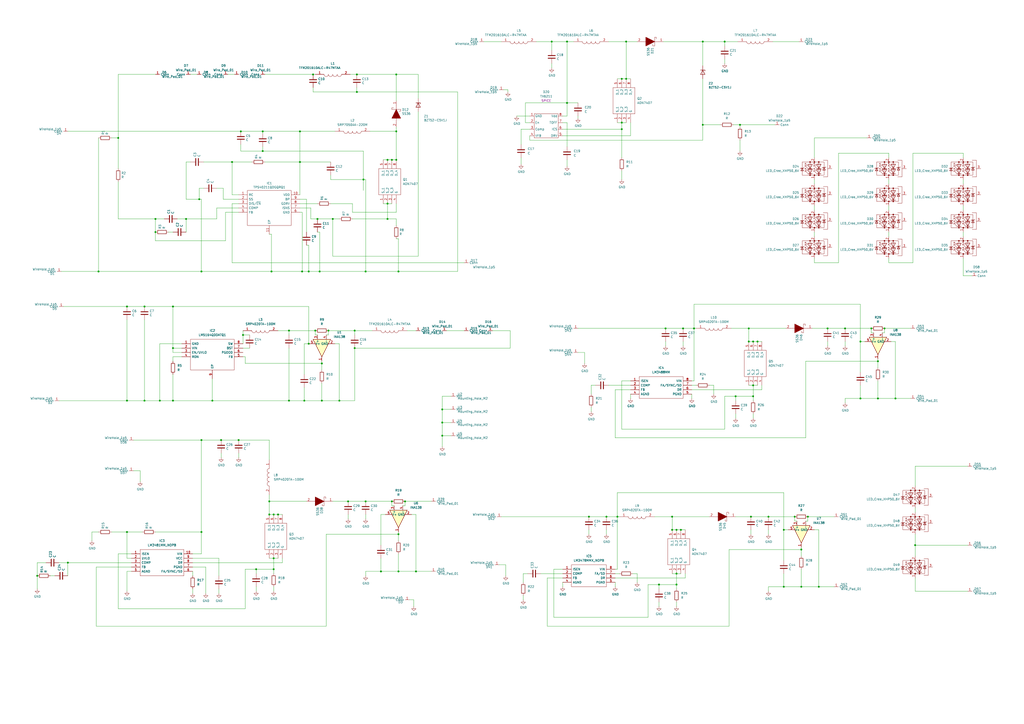
<source format=kicad_sch>
(kicad_sch (version 20211123) (generator eeschema)
  (paper "A2")
  (junction (at 389.89 307.34))
  (junction (at 175.26 157.48))
  (junction (at 519.43 231.14))
  (junction (at 436.88 223.52))
  (junction (at 229.87 76.2))
  (junction (at 439.42 198.12))
  (junction (at 186.69 232.41))
  (junction (at 509.27 231.14))
  (junction (at 100.33 177.8))
  (junction (at 490.22 190.5))
  (junction (at 513.08 190.5))
  (junction (at 116.84 157.48))
  (junction (at 256.54 252.73))
  (junction (at 185.42 157.48))
  (junction (at 464.82 340.36))
  (junction (at 231.14 331.47))
  (junction (at 176.53 232.41))
  (junction (at 468.63 299.72))
  (junction (at 107.95 127))
  (junction (at 224.79 118.11))
  (junction (at 392.43 339.09))
  (junction (at 231.14 157.48))
  (junction (at 435.61 299.72))
  (junction (at 161.29 298.45))
  (junction (at 234.95 290.83))
  (junction (at 138.43 255.27))
  (junction (at 152.4 87.63))
  (junction (at 158.75 330.2))
  (junction (at 173.99 76.2))
  (junction (at 402.59 190.5))
  (junction (at 173.99 93.98))
  (junction (at 184.15 127))
  (junction (at 83.82 177.8))
  (junction (at 420.37 24.13))
  (junction (at 73.66 232.41))
  (junction (at 464.82 318.77))
  (junction (at 224.79 92.71))
  (junction (at 241.3 331.47))
  (junction (at 139.7 76.2))
  (junction (at 229.87 43.18))
  (junction (at 229.87 92.71))
  (junction (at 115.57 115.57))
  (junction (at 152.4 76.2))
  (junction (at 256.54 245.11))
  (junction (at 396.24 190.5))
  (junction (at 454.66 340.36))
  (junction (at 100.33 201.93))
  (junction (at 220.98 331.47))
  (junction (at 123.19 232.41))
  (junction (at 158.75 323.85))
  (junction (at 227.33 92.71))
  (junction (at 39.37 326.39))
  (junction (at 434.34 198.12))
  (junction (at 167.64 232.41))
  (junction (at 73.66 308.61))
  (junction (at 156.21 290.83))
  (junction (at 445.77 299.72))
  (junction (at 360.68 71.12))
  (junction (at 429.26 72.39))
  (junction (at 193.04 127))
  (junction (at 407.67 24.13))
  (junction (at 360.68 45.72))
  (junction (at 83.82 232.41))
  (junction (at 480.06 190.5))
  (junction (at 207.01 43.18))
  (junction (at 382.27 339.09))
  (junction (at 461.01 299.72))
  (junction (at 207.01 53.34))
  (junction (at 90.17 127))
  (junction (at 205.74 201.93))
  (junction (at 499.11 198.12))
  (junction (at 21.59 334.01))
  (junction (at 167.64 191.77))
  (junction (at 210.82 104.14))
  (junction (at 363.22 45.72))
  (junction (at 90.17 134.62))
  (junction (at 205.74 191.77))
  (junction (at 92.71 232.41))
  (junction (at 182.88 191.77))
  (junction (at 201.93 290.83))
  (junction (at 68.58 80.01))
  (junction (at 156.21 298.45))
  (junction (at 181.61 43.18))
  (junction (at 179.07 157.48))
  (junction (at 196.85 232.41))
  (junction (at 186.69 210.82))
  (junction (at 454.66 307.34))
  (junction (at 434.34 190.5))
  (junction (at 341.63 299.72))
  (junction (at 231.14 309.88))
  (junction (at 358.14 299.72))
  (junction (at 227.33 290.83))
  (junction (at 190.5 191.77))
  (junction (at 351.79 299.72))
  (junction (at 360.68 74.93))
  (junction (at 320.04 24.13))
  (junction (at 158.75 298.45))
  (junction (at 128.27 255.27))
  (junction (at 499.11 231.14))
  (junction (at 212.09 290.83))
  (junction (at 392.43 332.74))
  (junction (at 530.86 316.23))
  (junction (at 73.66 177.8))
  (junction (at 509.27 209.55))
  (junction (at 57.15 157.48))
  (junction (at 134.62 93.98))
  (junction (at 212.09 157.48))
  (junction (at 328.93 24.13))
  (junction (at 179.07 199.39))
  (junction (at 256.54 237.49))
  (junction (at 328.93 59.69))
  (junction (at 474.98 340.36))
  (junction (at 386.08 190.5))
  (junction (at 426.72 229.87))
  (junction (at 157.48 157.48))
  (junction (at 116.84 308.61))
  (junction (at 436.88 198.12))
  (junction (at 140.97 194.31))
  (junction (at 436.88 229.87))
  (junction (at 363.22 24.13))
  (junction (at 407.67 72.39))
  (junction (at 224.79 127))
  (junction (at 505.46 190.5))
  (junction (at 389.89 299.72))
  (junction (at 394.97 307.34))
  (junction (at 392.43 307.34))
  (junction (at 116.84 255.27))
  (junction (at 100.33 232.41))
  (junction (at 148.59 330.2))
  (wire (pts (xy 212.09 157.48) (xy 185.42 157.48)))
  (wire (pts (xy 90.17 134.62) (xy 90.17 139.7)))
  (wire (pts (xy 384.81 24.13) (xy 407.67 24.13)))
  (wire (pts (xy 81.28 273.05) (xy 81.28 279.4)))
  (wire (pts (xy 224.79 127) (xy 229.87 127)))
  (wire (pts (xy 173.99 76.2) (xy 194.31 76.2)))
  (wire (pts (xy 229.87 127) (xy 229.87 130.81)))
  (wire (pts (xy 118.11 109.22) (xy 115.57 109.22)))
  (wire (pts (xy 158.75 298.45) (xy 161.29 298.45)))
  (wire (pts (xy 515.62 104.14) (xy 515.62 106.68)))
  (wire (pts (xy 152.4 87.63) (xy 210.82 87.63)))
  (wire (pts (xy 365.76 78.74) (xy 365.76 71.12)))
  (wire (pts (xy 307.34 81.28) (xy 407.67 81.28)))
  (wire (pts (xy 194.31 199.39) (xy 196.85 199.39)))
  (wire (pts (xy 445.77 340.36) (xy 454.66 340.36)))
  (wire (pts (xy 326.39 78.74) (xy 365.76 78.74)))
  (wire (pts (xy 36.83 177.8) (xy 73.66 177.8)))
  (wire (pts (xy 530.86 316.23) (xy 530.86 322.58)))
  (wire (pts (xy 177.8 134.62) (xy 177.8 115.57)))
  (wire (pts (xy 513.08 193.04) (xy 513.08 190.5)))
  (wire (pts (xy 179.07 199.39) (xy 179.07 177.8)))
  (wire (pts (xy 290.83 299.72) (xy 341.63 299.72)))
  (wire (pts (xy 356.87 330.2) (xy 358.14 330.2)))
  (wire (pts (xy 472.44 134.62) (xy 472.44 137.16)))
  (wire (pts (xy 302.26 74.93) (xy 302.26 83.82)))
  (wire (pts (xy 356.87 337.82) (xy 356.87 340.36)))
  (wire (pts (xy 472.44 104.14) (xy 472.44 106.68)))
  (wire (pts (xy 360.68 74.93) (xy 360.68 91.44)))
  (wire (pts (xy 163.83 326.39) (xy 163.83 323.85)))
  (wire (pts (xy 142.24 330.2) (xy 148.59 330.2)))
  (wire (pts (xy 256.54 237.49) (xy 261.62 237.49)))
  (wire (pts (xy 561.34 316.23) (xy 530.86 316.23)))
  (wire (pts (xy 490.22 231.14) (xy 490.22 233.68)))
  (wire (pts (xy 157.48 135.89) (xy 157.48 157.48)))
  (wire (pts (xy 180.34 127) (xy 184.15 127)))
  (wire (pts (xy 382.27 339.09) (xy 392.43 339.09)))
  (wire (pts (xy 472.44 149.86) (xy 472.44 152.4)))
  (wire (pts (xy 224.79 118.11) (xy 227.33 118.11)))
  (wire (pts (xy 39.37 326.39) (xy 76.2 326.39)))
  (wire (pts (xy 100.33 207.01) (xy 100.33 209.55)))
  (wire (pts (xy 193.04 127) (xy 193.04 148.59)))
  (wire (pts (xy 326.39 74.93) (xy 360.68 74.93)))
  (wire (pts (xy 462.28 302.26) (xy 461.01 302.26)))
  (wire (pts (xy 326.39 335.28) (xy 317.5 335.28)))
  (wire (pts (xy 445.77 299.72) (xy 461.01 299.72)))
  (wire (pts (xy 317.5 335.28) (xy 317.5 363.22)))
  (wire (pts (xy 422.91 363.22) (xy 422.91 318.77)))
  (wire (pts (xy 148.59 330.2) (xy 158.75 330.2)))
  (wire (pts (xy 185.42 134.62) (xy 185.42 157.48)))
  (wire (pts (xy 186.69 214.63) (xy 186.69 210.82)))
  (wire (pts (xy 210.82 104.14) (xy 210.82 110.49)))
  (wire (pts (xy 299.72 67.31) (xy 307.34 67.31)))
  (wire (pts (xy 181.61 53.34) (xy 207.01 53.34)))
  (wire (pts (xy 142.24 330.2) (xy 142.24 353.06)))
  (wire (pts (xy 307.34 78.74) (xy 307.34 81.28)))
  (wire (pts (xy 68.58 43.18) (xy 90.17 43.18)))
  (wire (pts (xy 129.54 109.22) (xy 129.54 115.57)))
  (wire (pts (xy 328.93 59.69) (xy 328.93 67.31)))
  (wire (pts (xy 256.54 229.87) (xy 261.62 229.87)))
  (wire (pts (xy 434.34 190.5) (xy 434.34 198.12)))
  (wire (pts (xy 426.72 240.03) (xy 426.72 242.57)))
  (wire (pts (xy 468.63 302.26) (xy 468.63 299.72)))
  (wire (pts (xy 118.11 93.98) (xy 134.62 93.98)))
  (wire (pts (xy 177.8 115.57) (xy 173.99 115.57)))
  (wire (pts (xy 420.37 24.13) (xy 420.37 26.67)))
  (wire (pts (xy 407.67 81.28) (xy 407.67 72.39)))
  (wire (pts (xy 358.14 285.75) (xy 358.14 299.72)))
  (wire (pts (xy 179.07 177.8) (xy 100.33 177.8)))
  (wire (pts (xy 83.82 232.41) (xy 92.71 232.41)))
  (wire (pts (xy 73.66 323.85) (xy 73.66 308.61)))
  (wire (pts (xy 100.33 201.93) (xy 105.41 201.93)))
  (wire (pts (xy 335.28 190.5) (xy 386.08 190.5)))
  (wire (pts (xy 320.04 36.83) (xy 320.04 39.37)))
  (wire (pts (xy 499.11 223.52) (xy 499.11 231.14)))
  (wire (pts (xy 561.34 270.51) (xy 530.86 270.51)))
  (wire (pts (xy 509.27 220.98) (xy 509.27 231.14)))
  (wire (pts (xy 454.66 285.75) (xy 358.14 285.75)))
  (wire (pts (xy 414.02 228.6) (xy 414.02 223.52)))
  (wire (pts (xy 515.62 88.9) (xy 515.62 91.44)))
  (wire (pts (xy 436.88 223.52) (xy 436.88 229.87)))
  (wire (pts (xy 92.71 199.39) (xy 92.71 232.41)))
  (wire (pts (xy 519.43 231.14) (xy 528.32 231.14)))
  (wire (pts (xy 128.27 255.27) (xy 138.43 255.27)))
  (wire (pts (xy 365.76 226.06) (xy 356.87 226.06)))
  (wire (pts (xy 256.54 245.11) (xy 261.62 245.11)))
  (wire (pts (xy 55.88 328.93) (xy 76.2 328.93)))
  (wire (pts (xy 26.67 326.39) (xy 21.59 326.39)))
  (wire (pts (xy 231.14 138.43) (xy 229.87 138.43)))
  (wire (pts (xy 73.66 331.47) (xy 73.66 342.9)))
  (wire (pts (xy 203.2 43.18) (xy 207.01 43.18)))
  (wire (pts (xy 212.09 104.14) (xy 212.09 157.48)))
  (wire (pts (xy 396.24 198.12) (xy 396.24 200.66)))
  (wire (pts (xy 185.42 157.48) (xy 179.07 157.48)))
  (wire (pts (xy 356.87 254) (xy 467.36 254)))
  (wire (pts (xy 285.75 191.77) (xy 295.91 191.77)))
  (wire (pts (xy 68.58 105.41) (xy 68.58 127)))
  (wire (pts (xy 529.59 152.4) (xy 529.59 88.9)))
  (wire (pts (xy 35.56 157.48) (xy 57.15 157.48)))
  (wire (pts (xy 201.93 298.45) (xy 201.93 300.99)))
  (wire (pts (xy 474.98 340.36) (xy 483.87 340.36)))
  (wire (pts (xy 269.24 152.4) (xy 134.62 152.4)))
  (wire (pts (xy 402.59 220.98) (xy 402.59 190.5)))
  (wire (pts (xy 369.57 337.82) (xy 369.57 332.74)))
  (wire (pts (xy 516.89 198.12) (xy 519.43 198.12)))
  (wire (pts (xy 139.7 83.82) (xy 139.7 87.63)))
  (wire (pts (xy 139.7 87.63) (xy 152.4 87.63)))
  (wire (pts (xy 210.82 87.63) (xy 210.82 104.14)))
  (wire (pts (xy 303.53 332.74) (xy 303.53 337.82)))
  (wire (pts (xy 441.96 226.06) (xy 441.96 223.52)))
  (wire (pts (xy 326.39 71.12) (xy 328.93 71.12)))
  (wire (pts (xy 490.22 190.5) (xy 505.46 190.5)))
  (wire (pts (xy 140.97 201.93) (xy 144.78 201.93)))
  (wire (pts (xy 302.26 91.44) (xy 302.26 95.25)))
  (wire (pts (xy 360.68 99.06) (xy 360.68 104.14)))
  (wire (pts (xy 179.07 157.48) (xy 175.26 157.48)))
  (wire (pts (xy 434.34 190.5) (xy 455.93 190.5)))
  (wire (pts (xy 129.54 115.57) (xy 138.43 115.57)))
  (wire (pts (xy 435.61 307.34) (xy 435.61 309.88)))
  (wire (pts (xy 158.75 323.85) (xy 158.75 330.2)))
  (wire (pts (xy 212.09 104.14) (xy 210.82 104.14)))
  (wire (pts (xy 360.68 71.12) (xy 360.68 74.93)))
  (wire (pts (xy 134.62 113.03) (xy 138.43 113.03)))
  (wire (pts (xy 53.34 308.61) (xy 53.34 313.69)))
  (wire (pts (xy 229.87 92.71) (xy 227.33 92.71)))
  (wire (pts (xy 342.9 236.22) (xy 342.9 238.76)))
  (wire (pts (xy 146.05 93.98) (xy 134.62 93.98)))
  (wire (pts (xy 392.43 307.34) (xy 394.97 307.34)))
  (wire (pts (xy 140.97 199.39) (xy 140.97 194.31)))
  (wire (pts (xy 342.9 223.52) (xy 342.9 228.6)))
  (wire (pts (xy 389.89 332.74) (xy 392.43 332.74)))
  (wire (pts (xy 231.14 331.47) (xy 241.3 331.47)))
  (wire (pts (xy 140.97 194.31) (xy 144.78 194.31)))
  (wire (pts (xy 467.36 209.55) (xy 509.27 209.55)))
  (wire (pts (xy 231.14 157.48) (xy 212.09 157.48)))
  (wire (pts (xy 420.37 24.13) (xy 427.99 24.13)))
  (wire (pts (xy 193.04 290.83) (xy 201.93 290.83)))
  (wire (pts (xy 116.84 115.57) (xy 116.84 157.48)))
  (wire (pts (xy 424.18 190.5) (xy 434.34 190.5)))
  (wire (pts (xy 321.31 358.14) (xy 375.92 358.14)))
  (wire (pts (xy 83.82 232.41) (xy 73.66 232.41)))
  (wire (pts (xy 138.43 262.89) (xy 138.43 265.43)))
  (wire (pts (xy 100.33 204.47) (xy 100.33 201.93)))
  (wire (pts (xy 289.56 327.66) (xy 293.37 327.66)))
  (wire (pts (xy 231.14 157.48) (xy 265.43 157.48)))
  (wire (pts (xy 379.73 299.72) (xy 389.89 299.72)))
  (wire (pts (xy 205.74 191.77) (xy 215.9 191.77)))
  (wire (pts (xy 436.88 198.12) (xy 439.42 198.12)))
  (wire (pts (xy 205.74 191.77) (xy 205.74 194.31)))
  (wire (pts (xy 256.54 237.49) (xy 256.54 245.11)))
  (wire (pts (xy 363.22 24.13) (xy 363.22 45.72)))
  (wire (pts (xy 256.54 252.73) (xy 261.62 252.73)))
  (wire (pts (xy 105.41 199.39) (xy 92.71 199.39)))
  (wire (pts (xy 39.37 76.2) (xy 139.7 76.2)))
  (wire (pts (xy 186.69 222.25) (xy 186.69 232.41)))
  (wire (pts (xy 228.6 293.37) (xy 227.33 293.37)))
  (wire (pts (xy 335.28 204.47) (xy 339.09 204.47)))
  (wire (pts (xy 134.62 118.11) (xy 138.43 118.11)))
  (wire (pts (xy 386.08 198.12) (xy 386.08 200.66)))
  (wire (pts (xy 116.84 255.27) (xy 128.27 255.27)))
  (wire (pts (xy 196.85 199.39) (xy 196.85 232.41)))
  (wire (pts (xy 454.66 307.34) (xy 454.66 285.75)))
  (wire (pts (xy 401.32 226.06) (xy 441.96 226.06)))
  (wire (pts (xy 401.32 228.6) (xy 401.32 231.14)))
  (wire (pts (xy 454.66 307.34) (xy 457.2 307.34)))
  (wire (pts (xy 105.41 204.47) (xy 100.33 204.47)))
  (wire (pts (xy 204.47 123.19) (xy 204.47 118.11)))
  (wire (pts (xy 256.54 245.11) (xy 256.54 252.73)))
  (wire (pts (xy 229.87 43.18) (xy 229.87 58.42)))
  (wire (pts (xy 100.33 217.17) (xy 100.33 232.41)))
  (wire (pts (xy 515.62 134.62) (xy 515.62 137.16)))
  (wire (pts (xy 179.07 142.24) (xy 179.07 157.48)))
  (wire (pts (xy 499.11 198.12) (xy 501.65 198.12)))
  (wire (pts (xy 499.11 231.14) (xy 509.27 231.14)))
  (wire (pts (xy 31.75 334.01) (xy 29.21 334.01)))
  (wire (pts (xy 402.59 176.53) (xy 402.59 190.5)))
  (wire (pts (xy 407.67 24.13) (xy 420.37 24.13)))
  (wire (pts (xy 76.2 323.85) (xy 73.66 323.85)))
  (wire (pts (xy 220.98 331.47) (xy 231.14 331.47)))
  (wire (pts (xy 205.74 201.93) (xy 205.74 232.41)))
  (wire (pts (xy 321.31 330.2) (xy 321.31 358.14)))
  (wire (pts (xy 190.5 191.77) (xy 205.74 191.77)))
  (wire (pts (xy 472.44 152.4) (xy 486.41 152.4)))
  (wire (pts (xy 231.14 313.69) (xy 231.14 309.88)))
  (wire (pts (xy 454.66 332.74) (xy 454.66 340.36)))
  (wire (pts (xy 515.62 152.4) (xy 529.59 152.4)))
  (wire (pts (xy 375.92 339.09) (xy 382.27 339.09)))
  (wire (pts (xy 256.54 252.73) (xy 256.54 259.08)))
  (wire (pts (xy 134.62 152.4) (xy 134.62 118.11)))
  (wire (pts (xy 73.66 308.61) (xy 82.55 308.61)))
  (wire (pts (xy 90.17 127) (xy 90.17 134.62)))
  (wire (pts (xy 57.15 80.01) (xy 57.15 157.48)))
  (wire (pts (xy 328.93 24.13) (xy 332.74 24.13)))
  (wire (pts (xy 486.41 88.9) (xy 515.62 88.9)))
  (wire (pts (xy 125.73 127) (xy 107.95 127)))
  (wire (pts (xy 140.97 194.31) (xy 140.97 191.77)))
  (wire (pts (xy 426.72 299.72) (xy 435.61 299.72)))
  (wire (pts (xy 156.21 290.83) (xy 177.8 290.83)))
  (wire (pts (xy 401.32 223.52) (xy 403.86 223.52)))
  (wire (pts (xy 351.79 307.34) (xy 351.79 309.88)))
  (wire (pts (xy 138.43 120.65) (xy 125.73 120.65)))
  (wire (pts (xy 64.77 80.01) (xy 68.58 80.01)))
  (wire (pts (xy 293.37 327.66) (xy 293.37 334.01)))
  (wire (pts (xy 148.59 340.36) (xy 148.59 342.9)))
  (wire (pts (xy 392.43 339.09) (xy 392.43 341.63)))
  (wire (pts (xy 92.71 232.41) (xy 100.33 232.41)))
  (wire (pts (xy 242.57 43.18) (xy 229.87 43.18)))
  (wire (pts (xy 461.01 302.26) (xy 461.01 299.72)))
  (wire (pts (xy 328.93 59.69) (xy 335.28 59.69)))
  (wire (pts (xy 229.87 118.11) (xy 229.87 123.19)))
  (wire (pts (xy 220.98 316.23) (xy 220.98 298.45)))
  (wire (pts (xy 365.76 228.6) (xy 365.76 231.14)))
  (wire (pts (xy 426.72 229.87) (xy 436.88 229.87)))
  (wire (pts (xy 167.64 191.77) (xy 182.88 191.77)))
  (wire (pts (xy 519.43 198.12) (xy 519.43 231.14)))
  (wire (pts (xy 196.85 127) (xy 193.04 127)))
  (wire (pts (xy 189.23 309.88) (xy 189.23 363.22)))
  (wire (pts (xy 389.89 299.72) (xy 389.89 307.34)))
  (wire (pts (xy 142.24 207.01) (xy 142.24 210.82)))
  (wire (pts (xy 125.73 109.22) (xy 129.54 109.22)))
  (wire (pts (xy 280.67 24.13) (xy 290.83 24.13)))
  (wire (pts (xy 506.73 193.04) (xy 505.46 193.04)))
  (wire (pts (xy 191.77 104.14) (xy 210.82 104.14)))
  (wire (pts (xy 558.8 104.14) (xy 558.8 106.68)))
  (wire (pts (xy 173.99 118.11) (xy 184.15 118.11)))
  (wire (pts (xy 358.14 45.72) (xy 360.68 45.72)))
  (wire (pts (xy 148.59 332.74) (xy 148.59 330.2)))
  (wire (pts (xy 242.57 43.18) (xy 242.57 57.15)))
  (wire (pts (xy 157.48 157.48) (xy 116.84 157.48)))
  (wire (pts (xy 530.86 270.51) (xy 530.86 281.94)))
  (wire (pts (xy 180.34 120.65) (xy 180.34 127)))
  (wire (pts (xy 153.67 43.18) (xy 181.61 43.18)))
  (wire (pts (xy 21.59 334.01) (xy 21.59 341.63)))
  (wire (pts (xy 392.43 349.25) (xy 392.43 351.79)))
  (wire (pts (xy 464.82 317.5) (xy 464.82 318.77)))
  (wire (pts (xy 241.3 298.45) (xy 241.3 331.47)))
  (wire (pts (xy 76.2 331.47) (xy 73.66 331.47)))
  (wire (pts (xy 175.26 123.19) (xy 173.99 123.19)))
  (wire (pts (xy 201.93 290.83) (xy 212.09 290.83)))
  (wire (pts (xy 68.58 353.06) (xy 142.24 353.06)))
  (wire (pts (xy 358.14 330.2) (xy 358.14 299.72)))
  (wire (pts (xy 486.41 152.4) (xy 486.41 88.9)))
  (wire (pts (xy 234.95 293.37) (xy 234.95 290.83)))
  (wire (pts (xy 402.59 190.5) (xy 403.86 190.5)))
  (wire (pts (xy 156.21 287.02) (xy 156.21 290.83)))
  (wire (pts (xy 499.11 215.9) (xy 499.11 198.12)))
  (wire (pts (xy 236.22 191.77) (xy 241.3 191.77)))
  (wire (pts (xy 256.54 229.87) (xy 256.54 237.49)))
  (wire (pts (xy 231.14 138.43) (xy 231.14 157.48)))
  (wire (pts (xy 363.22 45.72) (xy 365.76 45.72)))
  (wire (pts (xy 212.09 331.47) (xy 212.09 334.01)))
  (wire (pts (xy 360.68 248.92) (xy 420.37 248.92)))
  (wire (pts (xy 153.67 93.98) (xy 173.99 93.98)))
  (wire (pts (xy 127 323.85) (xy 127 334.01)))
  (wire (pts (xy 167.64 232.41) (xy 176.53 232.41)))
  (wire (pts (xy 161.29 298.45) (xy 163.83 298.45)))
  (wire (pts (xy 116.84 255.27) (xy 116.84 308.61)))
  (wire (pts (xy 392.43 332.74) (xy 392.43 339.09)))
  (wire (pts (xy 407.67 24.13) (xy 407.67 38.1)))
  (wire (pts (xy 39.37 334.01) (xy 39.37 326.39)))
  (wire (pts (xy 189.23 194.31) (xy 190.5 194.31)))
  (wire (pts (xy 326.39 337.82) (xy 326.39 340.36)))
  (wire (pts (xy 158.75 340.36) (xy 158.75 342.9)))
  (wire (pts (xy 439.42 198.12) (xy 441.96 198.12)))
  (wire (pts (xy 304.8 71.12) (xy 304.8 59.69)))
  (wire (pts (xy 480.06 198.12) (xy 480.06 200.66)))
  (wire (pts (xy 128.27 262.89) (xy 128.27 265.43)))
  (wire (pts (xy 558.8 149.86) (xy 558.8 160.02)))
  (wire (pts (xy 190.5 194.31) (xy 190.5 191.77)))
  (wire (pts (xy 505.46 193.04) (xy 505.46 190.5)))
  (wire (pts (xy 116.84 308.61) (xy 90.17 308.61)))
  (wire (pts (xy 241.3 331.47) (xy 250.19 331.47)))
  (wire (pts (xy 429.26 72.39) (xy 449.58 72.39)))
  (wire (pts (xy 229.87 76.2) (xy 229.87 92.71)))
  (wire (pts (xy 407.67 72.39) (xy 417.83 72.39)))
  (wire (pts (xy 240.03 347.98) (xy 240.03 351.79)))
  (wire (pts (xy 110.49 93.98) (xy 107.95 93.98)))
  (wire (pts (xy 156.21 323.85) (xy 158.75 323.85)))
  (wire (pts (xy 175.26 123.19) (xy 175.26 157.48)))
  (wire (pts (xy 328.93 59.69) (xy 328.93 24.13)))
  (wire (pts (xy 295.91 191.77) (xy 295.91 201.93)))
  (wire (pts (xy 176.53 224.79) (xy 176.53 232.41)))
  (wire (pts (xy 328.93 67.31) (xy 326.39 67.31)))
  (wire (pts (xy 68.58 321.31) (xy 68.58 353.06)))
  (wire (pts (xy 234.95 290.83) (xy 250.19 290.83)))
  (wire (pts (xy 83.82 177.8) (xy 73.66 177.8)))
  (wire (pts (xy 426.72 232.41) (xy 426.72 229.87)))
  (wire (pts (xy 119.38 328.93) (xy 119.38 344.17)))
  (wire (pts (xy 515.62 149.86) (xy 515.62 152.4)))
  (wire (pts (xy 175.26 157.48) (xy 157.48 157.48)))
  (wire (pts (xy 420.37 34.29) (xy 420.37 36.83)))
  (wire (pts (xy 345.44 223.52) (xy 342.9 223.52)))
  (wire (pts (xy 328.93 71.12) (xy 328.93 85.09)))
  (wire (pts (xy 224.79 118.11) (xy 224.79 127)))
  (wire (pts (xy 341.63 307.34) (xy 341.63 309.88)))
  (wire (pts (xy 436.88 240.03) (xy 436.88 242.57)))
  (wire (pts (xy 326.39 330.2) (xy 321.31 330.2)))
  (wire (pts (xy 156.21 298.45) (xy 158.75 298.45)))
  (wire (pts (xy 558.8 134.62) (xy 558.8 137.16)))
  (wire (pts (xy 472.44 80.01) (xy 472.44 91.44)))
  (wire (pts (xy 130.81 139.7) (xy 130.81 123.19)))
  (wire (pts (xy 468.63 299.72) (xy 483.87 299.72)))
  (wire (pts (xy 68.58 43.18) (xy 68.58 80.01)))
  (wire (pts (xy 397.51 335.28) (xy 397.51 332.74)))
  (wire (pts (xy 392.43 332.74) (xy 394.97 332.74)))
  (wire (pts (xy 220.98 298.45) (xy 223.52 298.45)))
  (wire (pts (xy 227.33 293.37) (xy 227.33 290.83)))
  (wire (pts (xy 212.09 331.47) (xy 220.98 331.47)))
  (wire (pts (xy 186.69 209.55) (xy 186.69 210.82)))
  (wire (pts (xy 369.57 332.74) (xy 367.03 332.74)))
  (wire (pts (xy 55.88 363.22) (xy 55.88 328.93)))
  (wire (pts (xy 100.33 134.62) (xy 97.79 134.62)))
  (wire (pts (xy 83.82 185.42) (xy 83.82 232.41)))
  (wire (pts (xy 317.5 363.22) (xy 422.91 363.22)))
  (wire (pts (xy 515.62 119.38) (xy 515.62 121.92)))
  (wire (pts (xy 454.66 325.12) (xy 454.66 307.34)))
  (wire (pts (xy 358.14 71.12) (xy 360.68 71.12)))
  (wire (pts (xy 204.47 127) (xy 224.79 127)))
  (wire (pts (xy 107.95 134.62) (xy 107.95 127)))
  (wire (pts (xy 328.93 92.71) (xy 328.93 96.52)))
  (wire (pts (xy 156.21 255.27) (xy 138.43 255.27)))
  (wire (pts (xy 490.22 231.14) (xy 499.11 231.14)))
  (wire (pts (xy 445.77 307.34) (xy 445.77 309.88)))
  (wire (pts (xy 467.36 254) (xy 467.36 209.55)))
  (wire (pts (xy 100.33 177.8) (xy 100.33 201.93)))
  (wire (pts (xy 83.82 177.8) (xy 100.33 177.8)))
  (wire (pts (xy 472.44 119.38) (xy 472.44 121.92)))
  (wire (pts (xy 207.01 53.34) (xy 265.43 53.34)))
  (wire (pts (xy 140.97 207.01) (xy 142.24 207.01)))
  (wire (pts (xy 212.09 298.45) (xy 212.09 300.99)))
  (wire (pts (xy 351.79 299.72) (xy 358.14 299.72)))
  (wire (pts (xy 176.53 217.17) (xy 176.53 199.39)))
  (wire (pts (xy 407.67 45.72) (xy 407.67 72.39)))
  (wire (pts (xy 186.69 232.41) (xy 196.85 232.41)))
  (wire (pts (xy 558.8 88.9) (xy 558.8 91.44)))
  (wire (pts (xy 212.09 290.83) (xy 227.33 290.83)))
  (wire (pts (xy 311.15 24.13) (xy 320.04 24.13)))
  (wire (pts (xy 57.15 308.61) (xy 53.34 308.61)))
  (wire (pts (xy 123.19 219.71) (xy 123.19 232.41)))
  (wire (pts (xy 173.99 120.65) (xy 180.34 120.65)))
  (wire (pts (xy 356.87 335.28) (xy 397.51 335.28)))
  (wire (pts (xy 429.26 81.28) (xy 429.26 87.63)))
  (wire (pts (xy 204.47 118.11) (xy 191.77 118.11)))
  (wire (pts (xy 363.22 24.13) (xy 369.57 24.13)))
  (wire (pts (xy 68.58 127) (xy 90.17 127)))
  (wire (pts (xy 313.69 332.74) (xy 326.39 332.74)))
  (wire (pts (xy 472.44 307.34) (xy 474.98 307.34)))
  (wire (pts (xy 360.68 45.72) (xy 363.22 45.72)))
  (wire (pts (xy 429.26 72.39) (xy 429.26 73.66)))
  (wire (pts (xy 100.33 232.41) (xy 123.19 232.41)))
  (wire (pts (xy 207.01 43.18) (xy 229.87 43.18)))
  (wire (pts (xy 125.73 120.65) (xy 125.73 127)))
  (wire (pts (xy 173.99 76.2) (xy 173.99 93.98)))
  (wire (pts (xy 474.98 307.34) (xy 474.98 340.36)))
  (wire (pts (xy 530.86 335.28) (xy 530.86 342.9)))
  (wire (pts (xy 558.8 160.02) (xy 563.88 160.02)))
  (wire (pts (xy 76.2 321.31) (xy 68.58 321.31)))
  (wire (pts (xy 237.49 347.98) (xy 240.03 347.98)))
  (wire (pts (xy 134.62 93.98) (xy 134.62 113.03)))
  (wire (pts (xy 229.87 123.19) (xy 204.47 123.19)))
  (wire (pts (xy 205.74 201.93) (xy 295.91 201.93)))
  (wire (pts (xy 420.37 229.87) (xy 426.72 229.87)))
  (wire (pts (xy 464.82 340.36) (xy 474.98 340.36)))
  (wire (pts (xy 167.64 201.93) (xy 167.64 232.41)))
  (wire (pts (xy 139.7 76.2) (xy 152.4 76.2)))
  (wire (pts (xy 335.28 67.31) (xy 335.28 68.58)))
  (wire (pts (xy 356.87 332.74) (xy 359.41 332.74)))
  (wire (pts (xy 107.95 93.98) (xy 107.95 115.57)))
  (wire (pts (xy 360.68 220.98) (xy 360.68 248.92)))
  (wire (pts (xy 265.43 53.34) (xy 265.43 157.48)))
  (wire (pts (xy 176.53 199.39) (xy 179.07 199.39)))
  (wire (pts (xy 156.21 266.7) (xy 156.21 255.27)))
  (wire (pts (xy 396.24 190.5) (xy 402.59 190.5)))
  (wire (pts (xy 394.97 307.34) (xy 397.51 307.34)))
  (wire (pts (xy 189.23 363.22) (xy 55.88 363.22)))
  (wire (pts (xy 130.81 123.19) (xy 138.43 123.19)))
  (wire (pts (xy 436.88 223.52) (xy 439.42 223.52)))
  (wire (pts (xy 448.31 24.13) (xy 463.55 24.13)))
  (wire (pts (xy 414.02 223.52) (xy 411.48 223.52)))
  (wire (pts (xy 115.57 109.22) (xy 115.57 115.57)))
  (wire (pts (xy 189.23 309.88) (xy 231.14 309.88)))
  (wire (pts (xy 107.95 127) (xy 102.87 127)))
  (wire (pts (xy 353.06 24.13) (xy 363.22 24.13)))
  (wire (pts (xy 231.14 308.61) (xy 231.14 309.88)))
  (wire (pts (xy 401.32 220.98) (xy 402.59 220.98)))
  (wire (pts (xy 142.24 210.82) (xy 186.69 210.82)))
  (wire (pts (xy 558.8 119.38) (xy 558.8 121.92)))
  (wire (pts (xy 191.77 101.6) (xy 191.77 104.14)))
  (wire (pts (xy 353.06 223.52) (xy 365.76 223.52)))
  (wire (pts (xy 233.68 293.37) (xy 234.95 293.37)))
  (wire (pts (xy 222.25 92.71) (xy 224.79 92.71)))
  (wire (pts (xy 156.21 290.83) (xy 156.21 298.45)))
  (wire (pts (xy 220.98 323.85) (xy 220.98 331.47)))
  (wire (pts (xy 464.82 322.58) (xy 464.82 318.77)))
  (wire (pts (xy 152.4 76.2) (xy 152.4 77.47)))
  (wire (pts (xy 471.17 190.5) (xy 480.06 190.5)))
  (wire (pts (xy 132.2162 43.18) (xy 136.0262 43.18)))
  (wire (pts (xy 158.75 330.2) (xy 158.75 332.74)))
  (wire (pts (xy 292.1 52.07) (xy 294.64 52.07)))
  (wire (pts (xy 152.4 76.2) (xy 173.99 76.2)))
  (wire (pts (xy 502.92 80.01) (xy 472.44 80.01)))
  (wire (pts (xy 434.34 223.52) (xy 436.88 223.52)))
  (wire (pts (xy 77.47 273.05) (xy 81.28 273.05)))
  (wire (pts (xy 152.4 85.09) (xy 152.4 87.63)))
  (wire (pts (xy 467.36 302.26) (xy 468.63 302.26)))
  (wire (pts (xy 561.34 342.9) (xy 530.86 342.9)))
  (wire (pts (xy 181.61 50.8) (xy 181.61 53.34)))
  (wire (pts (xy 259.08 191.77) (xy 269.24 191.77)))
  (wire (pts (xy 184.15 194.31) (xy 182.88 194.31)))
  (wire (pts (xy 111.76 321.31) (xy 116.84 321.31)))
  (wire (pts (xy 499.11 198.12) (xy 499.11 176.53)))
  (wire (pts (xy 509.27 208.28) (xy 509.27 209.55)))
  (wire (pts (xy 382.27 349.25) (xy 382.27 351.79)))
  (wire (pts (xy 511.81 193.04) (xy 513.08 193.04)))
  (wire (pts (xy 339.09 204.47) (xy 339.09 210.82)))
  (wire (pts (xy 34.29 232.41) (xy 73.66 232.41)))
  (wire (pts (xy 196.85 232.41) (xy 205.74 232.41)))
  (wire (pts (xy 490.22 198.12) (xy 490.22 200.66)))
  (wire (pts (xy 306.07 332.74) (xy 303.53 332.74)))
  (wire (pts (xy 110.49 43.18) (xy 114.3 43.18)))
  (wire (pts (xy 111.76 323.85) (xy 127 323.85)))
  (wire (pts (xy 480.06 190.5) (xy 490.22 190.5)))
  (wire (pts (xy 509.27 231.14) (xy 519.43 231.14)))
  (wire (pts (xy 422.91 318.77) (xy 464.82 318.77)))
  (wire (pts (xy 341.63 299.72) (xy 351.79 299.72)))
  (wire (pts (xy 116.84 321.31) (xy 116.84 308.61)))
  (wire (pts (xy 420.37 248.92) (xy 420.37 229.87)))
  (wire (pts (xy 193.04 148.59) (xy 242.57 148.59)))
  (wire (pts (xy 182.88 194.31) (xy 182.88 191.77)))
  (wire (pts (xy 207.01 50.8) (xy 207.01 53.34)))
  (wire (pts (xy 360.68 71.12) (xy 363.22 71.12)))
  (wire (pts (xy 185.42 134.62) (xy 184.15 134.62)))
  (wire (pts (xy 425.45 72.39) (xy 429.26 72.39)))
  (wire (pts (xy 358.14 299.72) (xy 359.41 299.72)))
  (wire (pts (xy 320.04 29.21) (xy 320.04 24.13)))
  (wire (pts (xy 181.61 43.18) (xy 182.88 43.18)))
  (wire (pts (xy 231.14 321.31) (xy 231.14 331.47)))
  (wire (pts (xy 356.87 226.06) (xy 356.87 254)))
  (wire (pts (xy 509.27 213.36) (xy 509.27 209.55)))
  (wire (pts (xy 303.53 345.44) (xy 303.53 347.98)))
  (wire (pts (xy 73.66 185.42) (xy 73.66 232.41)))
  (wire (pts (xy 119.38 328.93) (xy 111.76 328.93)))
  (wire (pts (xy 179.07 142.24) (xy 177.8 142.24)))
  (wire (pts (xy 529.59 88.9) (xy 558.8 88.9)))
  (wire (pts (xy 242.57 64.77) (xy 242.57 148.59)))
  (wire (pts (xy 105.41 207.01) (xy 100.33 207.01)))
  (wire (pts (xy 435.61 299.72) (xy 445.77 299.72)))
  (wire (pts (xy 193.04 127) (xy 184.15 127)))
  (wire (pts (xy 436.88 229.87) (xy 436.88 232.41)))
  (wire (pts (xy 158.75 323.85) (xy 161.29 323.85)))
  (wire (pts (xy 294.64 52.07) (xy 294.64 53.34)))
  (wire (pts (xy 224.79 92.71) (xy 227.33 92.71)))
  (wire (pts (xy 68.58 80.01) (xy 68.58 97.79)))
  (wire (pts (xy 530.86 294.64) (xy 530.86 297.18)))
  (wire (pts (xy 39.37 326.39) (xy 34.29 326.39)))
  (wire (pts (xy 513.08 190.5) (xy 528.32 190.5)))
  (wire (pts (xy 499.11 176.53) (xy 402.59 176.53)))
  (wire (pts (xy 57.15 157.48) (xy 116.84 157.48)))
  (wire (pts (xy 116.84 115.57) (xy 115.57 115.57)))
  (wire (pts (xy 111.76 331.47) (xy 111.76 334.01)))
  (wire (pts (xy 214.63 76.2) (xy 229.87 76.2)))
  (wire (pts (xy 77.47 255.27) (xy 116.84 255.27)))
  (wire (pts (xy 64.77 308.61) (xy 73.66 308.61)))
  (wire (pts (xy 90.17 139.7) (xy 130.81 139.7)))
  (wire (pts (xy 365.76 220.98) (xy 360.68 220.98)))
  (wire (pts (xy 127 341.63) (xy 127 344.17)))
  (wire (pts (xy 95.25 127) (xy 90.17 127)))
  (wire (pts (xy 389.89 307.34) (xy 392.43 307.34)))
  (wire (pts (xy 320.04 24.13) (xy 328.93 24.13)))
  (wire (pts (xy 382.27 341.63) (xy 382.27 339.09)))
  (wire (pts (xy 304.8 59.69) (xy 328.93 59.69)))
  (wire (pts (xy 307.34 74.93) (xy 302.26 74.93)))
  (wire (pts (xy 173.99 93.98) (xy 173.99 113.03)))
  (wire (pts (xy 123.19 232.41) (xy 167.64 232.41)))
  (wire (pts (xy 238.76 298.45) (xy 241.3 298.45)))
  (wire (pts (xy 222.25 118.11) (xy 224.79 118.11)))
  (wire (pts (xy 434.34 198.12) (xy 436.88 198.12)))
  (wire (pts (xy 375.92 358.14) (xy 375.92 339.09)))
  (wire (pts (xy 454.66 340.36) (xy 464.82 340.36)))
  (wire (pts (xy 229.87 73.66) (xy 229.87 76.2)))
  (wire (pts (xy 176.53 232.41) (xy 186.69 232.41)))
  (wire (pts (xy 464.82 330.2) (xy 464.82 340.36)))
  (wire (pts (xy 307.34 71.12) (xy 304.8 71.12)))
  (wire (pts (xy 530.86 309.88) (xy 530.86 316.23)))
  (wire (pts (xy 111.76 341.63) (xy 111.76 344.17)))
  (wire (pts (xy 167.64 191.77) (xy 167.64 194.31)))
  (wire (pts (xy 386.08 190.5) (xy 396.24 190.5)))
  (wire (pts (xy 157.48 135.89) (xy 156.21 135.89)))
  (wire (pts (xy 21.59 326.39) (xy 21.59 334.01)))
  (wire (pts (xy 173.99 93.98) (xy 191.77 93.98)))
  (wire (pts (xy 107.95 115.57) (xy 115.57 115.57)))
  (wire (pts (xy 389.89 299.72) (xy 411.48 299.72)))
  (wire (pts (xy 161.29 191.77) (xy 167.64 191.77)))
  (wire (pts (xy 445.77 340.36) (xy 445.77 342.9)))
  (wire (pts (xy 111.76 326.39) (xy 163.83 326.39)))
  (symbol (lib_id "Main_PCB_001-rescue:TPS40211QDGQRQ1-TPS40211QDGQRQ1") (at 138.43 113.03 0) (unit 1)
    (property "Reference" "IC1" (at 156.21 106.299 0))
    (property "Value" "TPS40211QDGQRQ1" (at 156.21 108.6104 0))
    (property "Footprint" "libraries:SOP50P490X110-11N" (effects hide))
    (property "Datasheet" "http://www.ti.com/lit/gpn/tps40211-q1" (effects hide))
    (property "Description" "4.5V to 52V Wide Input range current mode boost controller with 260 mV reference voltage" (effects hide))
    (property "Height" "1.1" (effects hide))
    (property "Manufacturer_Name" "Texas Instruments" (effects hide))
    (property "Manufacturer_Part_Number" "TPS40211QDGQRQ1" (effects hide))
    (property "Mouser Part Number" "595-TPS40211QDGQRQ1" (effects hide))
    (property "Mouser Price/Stock" "https://www.mouser.co.uk/ProductDetail/Texas-Instruments/TPS40211QDGQRQ1?qs=XGzIaZb%2FFYKjJ5OLwHPUhQ%3D%3D" (effects hide))
    (property "Arrow Part Number" "TPS40211QDGQRQ1" (effects hide))
    (property "Arrow Price/Stock" "https://www.arrow.com/en/products/tps40211qdgqrq1/texas-instruments?region=nac" (effects hide))
  )
  (symbol (lib_id "Device:R") (at 68.58 101.6 0) (unit 1)
    (property "Reference" "R2" (at 70.358 100.4316 0) (effects (justify left)))
    (property "Value" "R" (at 70.358 102.743 0) (effects (justify left)))
    (property "Footprint" "Resistor_SMD:R_0805_2012Metric_Pad1.20x1.40mm_HandSolder" (effects hide))
  )
  (symbol (lib_id "Device:R") (at 60.96 80.01 90) (unit 1)
    (property "Reference" "R1" (at 59.7916 78.232 0) (effects (justify left)))
    (property "Value" "R" (at 62.103 78.232 0) (effects (justify left)))
    (property "Footprint" "Resistor_SMD:R_0805_2012Metric_Pad1.20x1.40mm_HandSolder" (effects hide))
  )
  (symbol (lib_id "Device:R") (at 187.96 118.11 90) (unit 1)
    (property "Reference" "R6" (at 186.7916 116.332 0) (effects (justify left)))
    (property "Value" "R" (at 189.103 116.332 0) (effects (justify left)))
    (property "Footprint" "Resistor_SMD:R_0805_2012Metric_Pad1.20x1.40mm_HandSolder" (effects hide))
  )
  (symbol (lib_id "Device:R") (at 200.66 127 90) (unit 1)
    (property "Reference" "R7" (at 199.4916 125.222 0) (effects (justify left)))
    (property "Value" "R" (at 201.803 125.222 0) (effects (justify left)))
    (property "Footprint" "Resistor_SMD:R_0805_2012Metric_Pad1.20x1.40mm_HandSolder" (effects hide))
  )
  (symbol (lib_id "Device:R") (at 149.86 93.98 90) (unit 1)
    (property "Reference" "R4" (at 148.6916 92.202 0) (effects (justify left)))
    (property "Value" "R" (at 151.003 92.202 0) (effects (justify left)))
    (property "Footprint" "Resistor_SMD:R_0805_2012Metric_Pad1.20x1.40mm_HandSolder" (effects hide))
  )
  (symbol (lib_id "Device:R") (at 229.87 134.62 0) (unit 1)
    (property "Reference" "R8" (at 231.648 133.4516 0) (effects (justify left)))
    (property "Value" "R" (at 231.648 135.763 0) (effects (justify left)))
    (property "Footprint" "Resistor_SMD:R_0805_2012Metric_Pad1.20x1.40mm_HandSolder" (effects hide))
  )
  (symbol (lib_id "Device:C") (at 104.14 134.62 90) (unit 1)
    (property "Reference" "C2" (at 102.9716 131.699 0) (effects (justify left)))
    (property "Value" "C" (at 105.283 131.699 0) (effects (justify left)))
    (property "Footprint" "Capacitor_SMD:C_0805_2012Metric_Pad1.18x1.45mm_HandSolder" (effects hide))
  )
  (symbol (lib_id "Device:R") (at 93.98 134.62 90) (unit 1)
    (property "Reference" "R3" (at 92.8116 132.842 0) (effects (justify left)))
    (property "Value" "R" (at 95.123 132.842 0) (effects (justify left)))
    (property "Footprint" "Resistor_SMD:R_0805_2012Metric_Pad1.20x1.40mm_HandSolder" (effects hide))
  )
  (symbol (lib_id "Device:C") (at 114.3 93.98 90) (unit 1)
    (property "Reference" "C3" (at 113.1316 91.059 0) (effects (justify left)))
    (property "Value" "C" (at 115.443 91.059 0) (effects (justify left)))
    (property "Footprint" "Capacitor_SMD:C_0805_2012Metric_Pad1.18x1.45mm_HandSolder" (effects hide))
  )
  (symbol (lib_id "Device:C") (at 191.77 97.79 0) (unit 1)
    (property "Reference" "C12" (at 194.691 96.6216 0) (effects (justify left)))
    (property "Value" "C" (at 194.691 98.933 0) (effects (justify left)))
    (property "Footprint" "Capacitor_SMD:C_0603_1608Metric_Pad1.08x0.95mm_HandSolder" (effects hide))
  )
  (symbol (lib_id "Device:C") (at 99.06 127 90) (unit 1)
    (property "Reference" "C1" (at 97.8916 124.079 0) (effects (justify left)))
    (property "Value" "C" (at 100.203 124.079 0) (effects (justify left)))
    (property "Footprint" "Capacitor_SMD:C_0805_2012Metric_Pad1.18x1.45mm_HandSolder" (effects hide))
  )
  (symbol (lib_id "Device:C") (at 121.92 109.22 90) (unit 1)
    (property "Reference" "C4" (at 120.7516 106.299 0) (effects (justify left)))
    (property "Value" "C" (at 123.063 106.299 0) (effects (justify left)))
    (property "Footprint" "Capacitor_SMD:C_0805_2012Metric_Pad1.18x1.45mm_HandSolder" (effects hide))
  )
  (symbol (lib_id "Device:C") (at 184.15 130.81 0) (unit 1)
    (property "Reference" "C11" (at 187.071 129.6416 0) (effects (justify left)))
    (property "Value" "C" (at 187.071 131.953 0) (effects (justify left)))
    (property "Footprint" "Capacitor_SMD:C_0805_2012Metric_Pad1.18x1.45mm_HandSolder" (effects hide))
  )
  (symbol (lib_id "SS36:SS36") (at 229.87 55.88 270) (unit 1)
    (property "Reference" "D12" (at 233.172 63.6016 90) (effects (justify left)))
    (property "Value" "SS36" (at 233.172 65.913 90) (effects (justify left)))
    (property "Footprint" "libraries:SODFL4626X120N" (effects hide))
    (property "Datasheet" "https://docs.rs-online.com/a290/0900766b8002669b.pdf" (effects hide))
    (property "Description" "Rectifier Diode, Schottky, 60 Volt, DO-214AB / SMC" (effects hide))
    (property "Height" "2.62" (effects hide))
    (property "Manufacturer_Name" "Vishay" (effects hide))
    (property "Manufacturer_Part_Number" "SS36" (effects hide))
  )
  (symbol (lib_id "Diode:MM3Zxx") (at 242.57 60.96 270) (unit 1)
    (property "Reference" "Z1" (at 245.872 67.4116 90) (effects (justify left)))
    (property "Value" "BZT52-C5V1J" (at 245.872 69.723 90) (effects (justify left)))
    (property "Footprint" "Diode_SMD:D_SOD-323F" (effects hide))
    (property "Datasheet" "https://diotec.com/tl_files/diotec/files/pdf/datasheets/mm3z2v4.pdf" (effects hide))
    (property "Description" "Zener Diodes BZT52-C5V1/SOD123 SOD2" (effects hide))
    (property "Height" "1.3" (effects hide))
    (property "Manufacturer_Name" "Nexperia" (effects hide))
    (property "Manufacturer_Part_Number" "BZT52-C5V1J" (effects hide))
    (property "Mouser Part Number" "N/A" (effects hide))
    (property "Mouser Price/Stock" "https://www.mouser.com/Search/Refine.aspx?Keyword=N%2FA" (effects hide))
    (property "Arrow Part Number" "BZT52-C5V1J" (effects hide))
    (property "Arrow Price/Stock" "https://www.arrow.com/en/products/bzt52-c5v1j/nexperia" (effects hide))
  )
  (symbol (lib_id "SRP7050AA-220M:SRP7050AA-220M") (at 194.31 76.2 0) (unit 1)
    (property "Reference" "L2" (at 204.47 69.85 0))
    (property "Value" "SRP7050AA-220M" (at 204.47 72.39 0))
    (property "Footprint" "libraries:INDPM5752X300N" (effects hide))
    (property "Datasheet" "https://www.bourns.com/docs/Product-Datasheets/SRP7050AA.pdf" (effects hide))
    (property "Description" "Shielded Power Inductor 22uH" (effects hide))
    (property "Height" "5" (effects hide))
    (property "Manufacturer_Name" "Bourns" (effects hide))
    (property "Manufacturer_Part_Number" "SRP7050AA-220M" (effects hide))
    (property "Mouser Part Number" "652-SRP7050AA-220M" (effects hide))
    (property "Mouser Price/Stock" "https://www.mouser.co.uk/ProductDetail/Bourns/SRP7050AA-220M?qs=CiayqK2gdcLzSCtuPAylpQ%3D%3D" (effects hide))
  )
  (symbol (lib_id "power:GND") (at 326.39 340.36 0) (unit 1)
    (property "Reference" "#PWR031" (effects hide))
    (property "Value" "GND" (at 326.517 344.7542 0))
  )
  (symbol (lib_id "Device:C") (at 181.61 46.99 0) (unit 1)
    (property "Reference" "C10" (at 184.531 45.8216 0) (effects (justify left)))
    (property "Value" "C" (at 184.531 48.133 0) (effects (justify left)))
    (property "Footprint" "Capacitor_SMD:C_0603_1608Metric_Pad1.08x0.95mm_HandSolder" (effects hide))
  )
  (symbol (lib_id "Device:R") (at 429.26 77.47 0) (unit 1)
    (property "Reference" "R13" (at 431.8 76.1999 0) (effects (justify left)))
    (property "Value" "R" (at 431.8 78.7399 0) (effects (justify left)))
    (property "Footprint" "Resistor_SMD:R_0805_2012Metric_Pad1.20x1.40mm_HandSolder" (effects hide))
  )
  (symbol (lib_id "AON7407:AON7407") (at 389.89 332.74 90) (unit 1)
    (property "Reference" "Q4" (at 401.32 318.7699 90) (effects (justify right)))
    (property "Value" "AON7407" (at 401.32 321.3099 90) (effects (justify right)))
    (property "Footprint" "libraries:DFN_3X3_EP" (effects hide))
    (property "Datasheet" "http://aosmd.com/res/data_sheets/AON7407.pdf" (effects hide))
    (property "Description" "MOSFET P-CH 20V 14.5A 8DFN" (effects hide))
    (property "Manufacturer_Name" "Alpha & Omega Semiconductors" (effects hide))
    (property "Manufacturer_Part_Number" "AON7407" (effects hide))
    (property "Arrow Part Number" "AON7407" (effects hide))
    (property "Arrow Price/Stock" "https://www.arrow.com/en/products/aon7407/alpha-and-omega-semiconductor?region=nac" (effects hide))
  )
  (symbol (lib_id "power:GND") (at 386.08 200.66 0) (unit 1)
    (property "Reference" "#PWR033" (effects hide))
    (property "Value" "GND" (at 386.207 205.0542 0))
  )
  (symbol (lib_id "Connectors_for_Wire:Wire_Pad_01") (at 483.87 340.36 0) (unit 1)
    (property "Reference" "D52" (at 487.68 339.0899 0) (effects (justify left)))
    (property "Value" "Wire_Pad_01" (at 487.68 341.6299 0) (effects (justify left)))
    (property "Footprint" "Flat_Wires_Pads:Wire_Hole_1mm" (effects hide))
  )
  (symbol (lib_id "power:GND") (at 299.72 67.31 0) (unit 1)
    (property "Reference" "#PWR04" (effects hide))
    (property "Value" "GND" (at 299.847 71.7042 0))
  )
  (symbol (lib_id "Device:C") (at 30.48 326.39 90) (unit 1)
    (property "Reference" "C23" (at 29.3116 323.469 0) (effects (justify left)))
    (property "Value" "C" (at 31.623 323.469 0) (effects (justify left)))
    (property "Footprint" "Capacitor_SMD:C_0805_2012Metric_Pad1.18x1.45mm_HandSolder" (effects hide))
  )
  (symbol (lib_id "Connectors_for_Wire:WireHole_1p5") (at 35.56 157.48 180) (unit 1)
    (property "Reference" "D1" (at 31.75 158.7501 0) (effects (justify left)))
    (property "Value" "WireHole_1p5" (at 31.75 156.2101 0) (effects (justify left)))
    (property "Footprint" "libraries:WireHole_1p2" (effects hide))
  )
  (symbol (lib_id "LED:LED_Cree_XHP50_6V") (at 558.8 113.03 90) (unit 1)
    (property "Reference" "D33" (at 549.91 111.7599 90) (effects (justify left)))
    (property "Value" "LED_Cree_XHP50_6V" (at 549.91 114.2999 90) (effects (justify left)))
    (property "Footprint" "LED_SMD:LED_Cree-XHP50_6V" (effects hide))
    (property "Datasheet" "http://www.cree.com/%7E/media/Files/Cree/LED%20Components%20and%20Modules/XLamp/Data%20and%20Binning/ds%20XHP50.pdf" (effects hide))
  )
  (symbol (lib_id "Device:C") (at 148.59 336.55 0) (unit 1)
    (property "Reference" "C28" (at 151.511 335.3816 0) (effects (justify left)))
    (property "Value" "C" (at 151.511 337.693 0) (effects (justify left)))
    (property "Footprint" "Capacitor_SMD:C_0805_2012Metric_Pad1.18x1.45mm_HandSolder" (effects hide))
  )
  (symbol (lib_id "Connectors_for_Wire:WireHole_1p5") (at 34.29 232.41 180) (unit 1)
    (property "Reference" "D2" (at 30.48 233.6801 0) (effects (justify left)))
    (property "Value" "WireHole_1p5" (at 30.48 231.1401 0) (effects (justify left)))
    (property "Footprint" "libraries:WireHole_1p2" (effects hide))
  )
  (symbol (lib_id "Device:C") (at 205.74 198.12 0) (unit 1)
    (property "Reference" "C16" (at 208.661 196.9516 0) (effects (justify left)))
    (property "Value" "C" (at 208.661 199.263 0) (effects (justify left)))
    (property "Footprint" "Capacitor_SMD:C_1206_3216Metric_Pad1.33x1.80mm_HandSolder" (effects hide))
  )
  (symbol (lib_id "Connectors_for_Wire:Wire_Pad_01") (at 250.19 290.83 0) (unit 1)
    (property "Reference" "D39" (at 254 289.5599 0) (effects (justify left)))
    (property "Value" "Wire_Pad_01" (at 254 292.0999 0) (effects (justify left)))
    (property "Footprint" "Flat_Wires_Pads:Wire_Hole_1mm" (effects hide))
  )
  (symbol (lib_id "Mounting_Holes:Mounting_Hole_M2") (at 264.16 237.49 0) (unit 1)
    (property "Reference" "U3" (at 265.43 236.2199 0) (effects (justify left)))
    (property "Value" "Mounting_Hole_M2" (at 265.43 238.7599 0) (effects (justify left)))
    (property "Footprint" "mount_holes:Hole_screw_M1p2" (effects hide))
  )
  (symbol (lib_id "SRP4020TA-100M:SRP4020TA-100M") (at 359.41 299.72 0) (unit 1)
    (property "Reference" "L9" (at 369.57 293.37 0))
    (property "Value" "SRP4020TA-100M" (at 369.57 295.91 0))
    (property "Footprint" "libraries:INDPM4441X200N" (effects hide))
    (property "Datasheet" "http://www.bourns.com/docs/Product-Datasheets/SRP4020TA.pdf" (effects hide))
    (property "Description" "Bourns SRP4020TA Series Shielded Wire-wound SMD Inductor with a Carbonyl Powder Core, 10 uH +/-20% 1.8A Idc" (effects hide))
    (property "Height" "2" (effects hide))
    (property "Manufacturer_Name" "Bourns" (effects hide))
    (property "Manufacturer_Part_Number" "SRP4020TA-100M" (effects hide))
    (property "Mouser Part Number" "652-SRP4020TA-100M" (effects hide))
    (property "Mouser Price/Stock" "https://www.mouser.co.uk/ProductDetail/Bourns/SRP4020TA-100M?qs=Ph8%2FHnX6CQx3wposaLflWQ%3D%3D" (effects hide))
    (property "Arrow Part Number" "SRP4020TA-100M" (effects hide))
    (property "Arrow Price/Stock" "https://www.arrow.com/en/products/srp4020ta-100m/bourns?region=nac" (effects hide))
  )
  (symbol (lib_id "Connectors_for_Wire:Wire_Pad_01") (at 483.87 299.72 0) (unit 1)
    (property "Reference" "D51" (at 487.68 298.4499 0) (effects (justify left)))
    (property "Value" "Wire_Pad_01" (at 487.68 300.9899 0) (effects (justify left)))
    (property "Footprint" "Flat_Wires_Pads:Wire_Hole_1mm" (effects hide))
  )
  (symbol (lib_id "SS36:SS36") (at 195.58 290.83 180) (unit 1)
    (property "Reference" "D38" (at 186.5884 294.132 90) (effects (justify left)))
    (property "Value" "SS36" (at 184.277 294.132 90) (effects (justify left)))
    (property "Footprint" "libraries:SODFL4626X120N" (effects hide))
    (property "Datasheet" "https://docs.rs-online.com/a290/0900766b8002669b.pdf" (effects hide))
    (property "Description" "Rectifier Diode, Schottky, 60 Volt, DO-214AB / SMC" (effects hide))
    (property "Height" "2.62" (effects hide))
    (property "Manufacturer_Name" "Vishay" (effects hide))
    (property "Manufacturer_Part_Number" "SS36" (effects hide))
  )
  (symbol (lib_id "power:GND") (at 201.93 300.99 0) (unit 1)
    (property "Reference" "#PWR023" (effects hide))
    (property "Value" "GND" (at 202.057 305.3842 0))
  )
  (symbol (lib_id "LED:LED_Cree_XHP50_6V") (at 558.8 128.27 90) (unit 1)
    (property "Reference" "D34" (at 549.91 126.9999 90) (effects (justify left)))
    (property "Value" "LED_Cree_XHP50_6V" (at 549.91 129.5399 90) (effects (justify left)))
    (property "Footprint" "LED_SMD:LED_Cree-XHP50_6V" (effects hide))
    (property "Datasheet" "http://www.cree.com/%7E/media/Files/Cree/LED%20Components%20and%20Modules/XLamp/Data%20and%20Binning/ds%20XHP50.pdf" (effects hide))
  )
  (symbol (lib_id "LED:LED_Cree_XHP50_6V") (at 515.62 128.27 90) (unit 1)
    (property "Reference" "D30" (at 506.73 126.9999 90) (effects (justify left)))
    (property "Value" "LED_Cree_XHP50_6V" (at 506.73 129.5399 90) (effects (justify left)))
    (property "Footprint" "LED_SMD:LED_Cree-XHP50_6V" (effects hide))
    (property "Datasheet" "http://www.cree.com/%7E/media/Files/Cree/LED%20Components%20and%20Modules/XLamp/Data%20and%20Binning/ds%20XHP50.pdf" (effects hide))
  )
  (symbol (lib_id "power:GND") (at 73.66 342.9 0) (unit 1)
    (property "Reference" "#PWR014" (effects hide))
    (property "Value" "GND" (at 73.787 347.2942 0))
  )
  (symbol (lib_id "TFM201610ALC-R47MTAA:TFM201610ALC-R47MTAA") (at 427.99 24.13 0) (unit 1)
    (property "Reference" "L7" (at 438.15 17.78 0))
    (property "Value" "TFM201610ALC-R47MTAA" (at 438.15 20.32 0))
    (property "Footprint" "libraries:INDC2016X80N" (effects hide))
    (property "Datasheet" "https://datasheet.datasheetarchive.com/originals/distributors/DKDS41/DSANUWW0039576.pdf" (effects hide))
    (property "Description" "Inductors for Power Circuits, for Consumer, Thin Film Metal, TFM201610ALC ,-40 to +125" (effects hide))
    (property "Height" "0.8" (effects hide))
    (property "Manufacturer_Name" "TDK" (effects hide))
    (property "Manufacturer_Part_Number" "TFM201610ALC-R47MTAA" (effects hide))
    (property "Mouser Part Number" "810-TFM201610ALCR47M" (effects hide))
    (property "Mouser Price/Stock" "https://www.mouser.co.uk/ProductDetail/TDK/TFM201610ALC-R47MTAA?qs=MLItCLRbWsy9rkE7tyNMeg%3D%3D" (effects hide))
    (property "Arrow Part Number" "TFM201610ALC-R47MTAA" (effects hide))
    (property "Arrow Price/Stock" "https://www.arrow.com/en/products/tfm201610alc-r47mtaa/tdk" (effects hide))
  )
  (symbol (lib_id "TFM201610ALC-R47MTAA:TFM201610ALC-R47MTAA") (at 332.74 24.13 0) (unit 1)
    (property "Reference" "L6" (at 342.9 17.78 0))
    (property "Value" "TFM201610ALC-R47MTAA" (at 335.28 20.32 0))
    (property "Footprint" "libraries:INDPM5752X300N" (effects hide))
    (property "Datasheet" "https://datasheet.datasheetarchive.com/originals/distributors/DKDS41/DSANUWW0039576.pdf" (effects hide))
    (property "Description" "Inductors for Power Circuits, for Consumer, Thin Film Metal, TFM201610ALC ,-40 to +125" (effects hide))
    (property "Height" "0.8" (effects hide))
    (property "Manufacturer_Name" "TDK" (effects hide))
    (property "Manufacturer_Part_Number" "TFM201610ALC-R47MTAA" (effects hide))
    (property "Mouser Part Number" "810-TFM201610ALCR47M" (effects hide))
    (property "Mouser Price/Stock" "https://www.mouser.co.uk/ProductDetail/TDK/TFM201610ALC-R47MTAA?qs=MLItCLRbWsy9rkE7tyNMeg%3D%3D" (effects hide))
    (property "Arrow Part Number" "TFM201610ALC-R47MTAA" (effects hide))
    (property "Arrow Price/Stock" "https://www.arrow.com/en/products/tfm201610alc-r47mtaa/tdk" (effects hide))
  )
  (symbol (lib_id "Connectors_for_Wire:Wire_Pad_01") (at 285.75 191.77 0) (mirror y) (unit 1)
    (property "Reference" "D16" (at 283.21 186.69 0))
    (property "Value" "Wire_Pad_01" (at 283.21 189.23 0))
    (property "Footprint" "Flat_Wires_Pads:Wire_Hole_1mm" (effects hide))
  )
  (symbol (lib_id "Device:R") (at 111.76 337.82 0) (unit 1)
    (property "Reference" "R17" (at 114.3 336.5499 0) (effects (justify left)))
    (property "Value" "R" (at 114.3 339.0899 0) (effects (justify left)))
    (property "Footprint" "Resistor_SMD:R_0805_2012Metric_Pad1.20x1.40mm_HandSolder" (effects hide))
  )
  (symbol (lib_id "power:GND") (at 490.22 233.68 0) (unit 1)
    (property "Reference" "#PWR049" (effects hide))
    (property "Value" "GND" (at 490.347 238.0742 0))
  )
  (symbol (lib_id "power:GND") (at 401.32 231.14 0) (unit 1)
    (property "Reference" "#PWR037" (effects hide))
    (property "Value" "GND" (at 401.447 235.5342 0))
  )
  (symbol (lib_id "power:GND") (at 392.43 351.79 0) (unit 1)
    (property "Reference" "#PWR042" (effects hide))
    (property "Value" "GND" (at 392.557 356.1842 0))
  )
  (symbol (lib_id "power:GND") (at 138.43 265.43 0) (unit 1)
    (property "Reference" "#PWR020" (effects hide))
    (property "Value" "GND" (at 138.557 269.8242 0))
  )
  (symbol (lib_id "power:GND") (at 490.22 200.66 0) (unit 1)
    (property "Reference" "#PWR048" (effects hide))
    (property "Value" "GND" (at 490.347 205.0542 0))
  )
  (symbol (lib_id "Device:R") (at 231.14 317.5 180) (unit 1)
    (property "Reference" "R20" (at 233.68 316.2299 0) (effects (justify right)))
    (property "Value" "R" (at 233.68 318.7699 0) (effects (justify right)))
    (property "Footprint" "Resistor_SMD:R_0805_2012Metric_Pad1.20x1.40mm_HandSolder" (effects hide))
  )
  (symbol (lib_id "AON7407:AON7407") (at 156.21 323.85 90) (unit 1)
    (property "Reference" "Q3" (at 167.64 309.8799 90) (effects (justify right)))
    (property "Value" "AON7407" (at 167.64 312.4199 90) (effects (justify right)))
    (property "Footprint" "libraries:DFN_3X3_EP" (effects hide))
    (property "Datasheet" "http://aosmd.com/res/data_sheets/AON7407.pdf" (effects hide))
    (property "Description" "MOSFET P-CH 20V 14.5A 8DFN" (effects hide))
    (property "Manufacturer_Name" "Alpha & Omega Semiconductors" (effects hide))
    (property "Manufacturer_Part_Number" "AON7407" (effects hide))
    (property "Arrow Part Number" "AON7407" (effects hide))
    (property "Arrow Price/Stock" "https://www.arrow.com/en/products/aon7407/alpha-and-omega-semiconductor?region=nac" (effects hide))
  )
  (symbol (lib_id "Connectors_for_Wire:WireHole_1p5") (at 561.34 270.51 0) (unit 1)
    (property "Reference" "D55" (at 565.15 269.2399 0) (effects (justify left)))
    (property "Value" "WireHole_1p5" (at 565.15 271.7799 0) (effects (justify left)))
    (property "Footprint" "libraries:WireHole_1p2" (effects hide))
  )
  (symbol (lib_id "LED:LED_Cree_XHP50_6V") (at 472.44 97.79 90) (unit 1)
    (property "Reference" "D24" (at 463.55 96.5199 90) (effects (justify left)))
    (property "Value" "LED_Cree_XHP50_6V" (at 463.55 99.0599 90) (effects (justify left)))
    (property "Footprint" "LED_SMD:LED_Cree-XHP50_6V" (effects hide))
    (property "Datasheet" "http://www.cree.com/%7E/media/Files/Cree/LED%20Components%20and%20Modules/XLamp/Data%20and%20Binning/ds%20XHP50.pdf" (effects hide))
  )
  (symbol (lib_id "SRP4020TA-100M:SRP4020TA-100M") (at 403.86 190.5 0) (unit 1)
    (property "Reference" "L10" (at 414.02 184.15 0))
    (property "Value" "SRP4020TA-100M" (at 414.02 186.69 0))
    (property "Footprint" "libraries:INDPM4441X200N" (effects hide))
    (property "Datasheet" "http://www.bourns.com/docs/Product-Datasheets/SRP4020TA.pdf" (effects hide))
    (property "Description" "Bourns SRP4020TA Series Shielded Wire-wound SMD Inductor with a Carbonyl Powder Core, 10 uH +/-20% 1.8A Idc" (effects hide))
    (property "Height" "2" (effects hide))
    (property "Manufacturer_Name" "Bourns" (effects hide))
    (property "Manufacturer_Part_Number" "SRP4020TA-100M" (effects hide))
    (property "Mouser Part Number" "652-SRP4020TA-100M" (effects hide))
    (property "Mouser Price/Stock" "https://www.mouser.co.uk/ProductDetail/Bourns/SRP4020TA-100M?qs=Ph8%2FHnX6CQx3wposaLflWQ%3D%3D" (effects hide))
    (property "Arrow Part Number" "SRP4020TA-100M" (effects hide))
    (property "Arrow Price/Stock" "https://www.arrow.com/en/products/srp4020ta-100m/bourns?region=nac" (effects hide))
  )
  (symbol (lib_id "power:GND") (at 81.28 279.4 0) (unit 1)
    (property "Reference" "#PWR015" (effects hide))
    (property "Value" "GND" (at 81.407 283.7942 0))
  )
  (symbol (lib_id "Connectors_for_Wire:WireHole_1p5") (at 292.1 52.07 0) (mirror y) (unit 1)
    (property "Reference" "D19" (at 288.29 50.7999 0) (effects (justify left)))
    (property "Value" "WireHole_1p5" (at 288.29 53.3399 0) (effects (justify left)))
    (property "Footprint" "libraries:WireHole_1p2" (effects hide))
  )
  (symbol (lib_id "LED:LED_Cree_XHP50_6V") (at 472.44 113.03 90) (unit 1)
    (property "Reference" "D25" (at 463.55 111.7599 90) (effects (justify left)))
    (property "Value" "LED_Cree_XHP50_6V" (at 463.55 114.2999 90) (effects (justify left)))
    (property "Footprint" "LED_SMD:LED_Cree-XHP50_6V" (effects hide))
    (property "Datasheet" "http://www.cree.com/%7E/media/Files/Cree/LED%20Components%20and%20Modules/XLamp/Data%20and%20Binning/ds%20XHP50.pdf" (effects hide))
  )
  (symbol (lib_id "power:GND") (at 445.77 342.9 0) (unit 1)
    (property "Reference" "#PWR047" (effects hide))
    (property "Value" "GND" (at 445.897 347.2942 0))
  )
  (symbol (lib_id "power:GND") (at 420.37 36.83 0) (unit 1)
    (property "Reference" "#PWR010" (effects hide))
    (property "Value" "GND" (at 420.497 41.2242 0))
  )
  (symbol (lib_id "Connectors_for_Wire:WireHole_1p5") (at 77.47 273.05 180) (unit 1)
    (property "Reference" "D37" (at 73.66 274.3201 0) (effects (justify left)))
    (property "Value" "WireHole_1p5" (at 73.66 271.7801 0) (effects (justify left)))
    (property "Footprint" "libraries:WireHole_1p2" (effects hide))
  )
  (symbol (lib_id "Connectors_for_Wire:Wire_Pad_01") (at 528.32 231.14 0) (unit 1)
    (property "Reference" "D54" (at 532.13 229.8699 0) (effects (justify left)))
    (property "Value" "Wire_Pad_01" (at 532.13 232.4099 0) (effects (justify left)))
    (property "Footprint" "Flat_Wires_Pads:Wire_Hole_1mm" (effects hide))
  )
  (symbol (lib_id "Amplifier_Current:INA138") (at 509.27 200.66 90) (mirror x) (unit 1)
    (property "Reference" "U8" (at 519.43 191.5412 90))
    (property "Value" "INA138" (at 519.43 194.0812 90))
    (property "Footprint" "Package_TO_SOT_SMD:SOT-23-5" (effects hide))
    (property "Datasheet" "http://www.ti.com/lit/ds/symlink/ina138.pdf" (effects hide))
  )
  (symbol (lib_id "Device:C") (at 201.93 294.64 0) (unit 1)
    (property "Reference" "C29" (at 204.851 293.4716 0) (effects (justify left)))
    (property "Value" "C" (at 204.851 295.783 0) (effects (justify left)))
    (property "Footprint" "Capacitor_SMD:C_1206_3216Metric_Pad1.33x1.80mm_HandSolder" (effects hide))
  )
  (symbol (lib_id "power:GND") (at 294.64 53.34 0) (unit 1)
    (property "Reference" "#PWR02" (effects hide))
    (property "Value" "GND" (at 294.767 57.7342 0))
  )
  (symbol (lib_id "power:GND") (at 111.76 344.17 0) (unit 1)
    (property "Reference" "#PWR016" (effects hide))
    (property "Value" "GND" (at 111.887 348.5642 0))
  )
  (symbol (lib_id "Device:R") (at 186.69 191.77 90) (unit 1)
    (property "Reference" "R9" (at 186.69 185.42 90))
    (property "Value" "R" (at 186.69 187.96 90))
    (property "Footprint" "Resistor_SMD:R_0805_2012Metric_Pad1.20x1.40mm_HandSolder" (effects hide))
  )
  (symbol (lib_id "power:GND") (at 320.04 39.37 0) (unit 1)
    (property "Reference" "#PWR06" (effects hide))
    (property "Value" "GND" (at 320.167 43.7642 0))
  )
  (symbol (lib_id "Device:C") (at 454.66 328.93 0) (unit 1)
    (property "Reference" "C44" (at 457.581 327.7616 0) (effects (justify left)))
    (property "Value" "C" (at 457.581 330.073 0) (effects (justify left)))
    (property "Footprint" "Capacitor_SMD:C_0402_1005Metric_Pad0.74x0.62mm_HandSolder" (effects hide))
  )
  (symbol (lib_id "Device:C") (at 435.61 303.53 0) (unit 1)
    (property "Reference" "C40" (at 438.531 302.3616 0) (effects (justify left)))
    (property "Value" "C" (at 438.531 304.673 0) (effects (justify left)))
    (property "Footprint" "Capacitor_SMD:C_1206_3216Metric_Pad1.33x1.80mm_HandSolder" (effects hide))
  )
  (symbol (lib_id "Device:C") (at 445.77 303.53 0) (unit 1)
    (property "Reference" "C42" (at 448.691 302.3616 0) (effects (justify left)))
    (property "Value" "C" (at 448.691 304.673 0) (effects (justify left)))
    (property "Footprint" "Capacitor_SMD:C_0805_2012Metric_Pad1.18x1.45mm_HandSolder" (effects hide))
  )
  (symbol (lib_id "Mounting_Holes:Mounting_Hole_M2") (at 264.16 252.73 0) (unit 1)
    (property "Reference" "U5" (at 265.43 251.4599 0) (effects (justify left)))
    (property "Value" "Mounting_Hole_M2" (at 265.43 253.9999 0) (effects (justify left)))
    (property "Footprint" "mount_holes:Hole_screw_M1p2" (effects hide))
  )
  (symbol (lib_id "TFM201610ALC-R47MTAA:TFM201610ALC-R47MTAA") (at 215.9 191.77 0) (unit 1)
    (property "Reference" "L4" (at 226.06 185.42 0))
    (property "Value" "TFM201610ALC-R47MTAA" (at 226.06 187.96 0))
    (property "Footprint" "libraries:WPN252010UR47MT" (effects hide))
    (property "Datasheet" "https://datasheet.datasheetarchive.com/originals/distributors/DKDS41/DSANUWW0039576.pdf" (effects hide))
    (property "Description" "Inductors for Power Circuits, for Consumer, Thin Film Metal, TFM201610ALC ,-40 to +125" (effects hide))
    (property "Height" "0.8" (effects hide))
    (property "Manufacturer_Name" "TDK" (effects hide))
    (property "Manufacturer_Part_Number" "TFM201610ALC-R47MTAA" (effects hide))
    (property "Mouser Part Number" "810-TFM201610ALCR47M" (effects hide))
    (property "Mouser Price/Stock" "https://www.mouser.co.uk/ProductDetail/TDK/TFM201610ALC-R47MTAA?qs=MLItCLRbWsy9rkE7tyNMeg%3D%3D" (effects hide))
    (property "Arrow Part Number" "TFM201610ALC-R47MTAA" (effects hide))
    (property "Arrow Price/Stock" "https://www.arrow.com/en/products/tfm201610alc-r47mtaa/tdk" (effects hide))
  )
  (symbol (lib_id "Device:C") (at 152.4 81.28 0) (unit 1)
    (property "Reference" "C8" (at 155.321 80.1116 0) (effects (justify left)))
    (property "Value" "C" (at 155.321 82.423 0) (effects (justify left)))
    (property "Footprint" "Capacitor_SMD:C_1206_3216Metric_Pad1.33x1.80mm_HandSolder" (effects hide))
  )
  (symbol (lib_id "Device:C") (at 167.64 198.12 0) (unit 1)
    (property "Reference" "C15" (at 170.561 196.9516 0) (effects (justify left)))
    (property "Value" "C" (at 170.561 199.263 0) (effects (justify left)))
    (property "Footprint" "Capacitor_SMD:C_1206_3216Metric_Pad1.33x1.80mm_HandSolder" (effects hide))
  )
  (symbol (lib_id "Connectors_for_Wire:WireHole_1p5") (at 39.37 76.2 180) (unit 1)
    (property "Reference" "D4" (at 35.56 77.4701 0) (effects (justify left)))
    (property "Value" "WireHole_1p5" (at 35.56 74.9301 0) (effects (justify left)))
    (property "Footprint" "libraries:WireHole_1p2" (effects hide))
  )
  (symbol (lib_id "Mounting_Holes:Mounting_Hole_M2") (at 264.16 229.87 0) (unit 1)
    (property "Reference" "U2" (at 265.43 228.5999 0) (effects (justify left)))
    (property "Value" "Mounting_Hole_M2" (at 265.43 231.1399 0) (effects (justify left)))
    (property "Footprint" "mount_holes:Hole_screw_M1p2" (effects hide))
  )
  (symbol (lib_id "LED:LED_Cree_XHP50_6V") (at 515.62 113.03 90) (unit 1)
    (property "Reference" "D29" (at 506.73 111.7599 90) (effects (justify left)))
    (property "Value" "LED_Cree_XHP50_6V" (at 506.73 114.2999 90) (effects (justify left)))
    (property "Footprint" "LED_SMD:LED_Cree-XHP50_6V" (effects hide))
    (property "Datasheet" "http://www.cree.com/%7E/media/Files/Cree/LED%20Components%20and%20Modules/XLamp/Data%20and%20Binning/ds%20XHP50.pdf" (effects hide))
  )
  (symbol (lib_id "Device:C") (at 127 337.82 0) (unit 1)
    (property "Reference" "C25" (at 129.921 336.6516 0) (effects (justify left)))
    (property "Value" "C" (at 129.921 338.963 0) (effects (justify left)))
    (property "Footprint" "Capacitor_SMD:C_0805_2012Metric_Pad1.18x1.45mm_HandSolder" (effects hide))
  )
  (symbol (lib_id "Connectors_for_Wire:WireHole_1p5") (at 290.83 299.72 180) (unit 1)
    (property "Reference" "D42" (at 287.02 300.9901 0) (effects (justify left)))
    (property "Value" "WireHole_1p5" (at 287.02 298.4501 0) (effects (justify left)))
    (property "Footprint" "libraries:WireHole_1p2" (effects hide))
  )
  (symbol (lib_id "LM3481MM_NOPB:LM3481MM_NOPB") (at 76.2 321.31 0) (unit 1)
    (property "Reference" "IC3" (at 93.98 313.69 0))
    (property "Value" "LM3481MM_NOPB" (at 93.98 316.23 0))
    (property "Footprint" "libraries:SOP50P490X110-10N" (effects hide))
    (property "Datasheet" "http://www.ti.com/general/docs/lit/getliterature.tsp?genericPartNumber=lm3481&fileType=pdf" (effects hide))
    (property "Description" "Texas Instruments,LM3481MM/NOPB,IC,DC-DC Texas Instruments LM3481MM/NOPB, DC-DC Controller, 1A, 48 V, Step Up, 1 MHz, 10-Pin, VSSOP" (effects hide))
    (property "Height" "1.1" (effects hide))
    (property "Manufacturer_Name" "Texas Instruments" (effects hide))
    (property "Manufacturer_Part_Number" "LM3481MM/NOPB" (effects hide))
    (property "Mouser Part Number" "926-LM3481MM/NOPB" (effects hide))
    (property "Mouser Price/Stock" "https://www.mouser.co.uk/ProductDetail/Texas-Instruments/LM3481MM-NOPB?qs=X1J7HmVL2ZG0WJGe0ncCZw%3D%3D" (effects hide))
    (property "Arrow Part Number" "LM3481MM/NOPB" (effects hide))
    (property "Arrow Price/Stock" "https://www.arrow.com/en/products/lm3481mmnopb/texas-instruments?region=nac" (effects hide))
  )
  (symbol (lib_id "power:GND") (at 414.02 228.6 0) (unit 1)
    (property "Reference" "#PWR039" (effects hide))
    (property "Value" "GND" (at 414.147 232.9942 0))
  )
  (symbol (lib_id "XDS_Semi:TX6211") (at 309.88 62.23 0) (unit 1)
    (property "Reference" "D20" (at 316.865 53.34 0))
    (property "Value" "TX6211" (at 316.865 55.88 0))
    (property "Footprint" "XDS_Semi:TX6211" (effects hide))
    (property "Spice_Primitive" "D" (at 316.865 58.42 0))
    (property "Spice_Model" "TX6211" (at 316.865 60.96 0))
    (property "Spice_Netlist_Enabled" "Y" (at 316.865 63.5 0))
  )
  (symbol (lib_id "Diode:MM3Zxx") (at 407.67 41.91 270) (unit 1)
    (property "Reference" "Z2" (at 410.972 48.3616 90) (effects (justify left)))
    (property "Value" "BZT52-C5V1J" (at 410.972 50.673 90) (effects (justify left)))
    (property "Footprint" "Diode_SMD:D_SOD-323F" (effects hide))
    (property "Datasheet" "https://diotec.com/tl_files/diotec/files/pdf/datasheets/mm3z2v4.pdf" (effects hide))
    (property "Description" "Zener Diodes BZT52-C5V1/SOD123 SOD2" (effects hide))
    (property "Height" "1.3" (effects hide))
    (property "Manufacturer_Name" "Nexperia" (effects hide))
    (property "Manufacturer_Part_Number" "BZT52-C5V1J" (effects hide))
    (property "Mouser Part Number" "N/A" (effects hide))
    (property "Mouser Price/Stock" "https://www.mouser.com/Search/Refine.aspx?Keyword=N%2FA" (effects hide))
    (property "Arrow Part Number" "BZT52-C5V1J" (effects hide))
    (property "Arrow Price/Stock" "https://www.arrow.com/en/products/bzt52-c5v1j/nexperia" (effects hide))
  )
  (symbol (lib_id "LED:LED_Cree_XHP50_6V") (at 515.62 143.51 90) (unit 1)
    (property "Reference" "D31" (at 506.73 142.2399 90) (effects (justify left)))
    (property "Value" "LED_Cree_XHP50_6V" (at 506.73 144.7799 90) (effects (justify left)))
    (property "Footprint" "LED_SMD:LED_Cree-XHP50_6V" (effects hide))
    (property "Datasheet" "http://www.cree.com/%7E/media/Files/Cree/LED%20Components%20and%20Modules/XLamp/Data%20and%20Binning/ds%20XHP50.pdf" (effects hide))
  )
  (symbol (lib_id "Device:R") (at 303.53 341.63 0) (unit 1)
    (property "Reference" "R22" (at 306.07 340.3599 0) (effects (justify left)))
    (property "Value" "R" (at 306.07 342.8999 0) (effects (justify left)))
    (property "Footprint" "Resistor_SMD:R_0805_2012Metric_Pad1.20x1.40mm_HandSolder" (effects hide))
  )
  (symbol (lib_id "Device:C") (at 138.43 259.08 0) (unit 1)
    (property "Reference" "C27" (at 141.351 257.9116 0) (effects (justify left)))
    (property "Value" "C" (at 141.351 260.223 0) (effects (justify left)))
    (property "Footprint" "Capacitor_SMD:C_0805_2012Metric_Pad1.18x1.45mm_HandSolder" (effects hide))
  )
  (symbol (lib_id "Device:C") (at 139.7 80.01 0) (unit 1)
    (property "Reference" "C5" (at 142.621 78.8416 0) (effects (justify left)))
    (property "Value" "C" (at 142.621 81.153 0) (effects (justify left)))
    (property "Footprint" "Capacitor_SMD:C_0603_1608Metric_Pad1.08x0.95mm_HandSolder" (effects hide))
  )
  (symbol (lib_id "power:GND") (at 429.26 87.63 0) (unit 1)
    (property "Reference" "#PWR011" (effects hide))
    (property "Value" "GND" (at 429.387 92.0242 0))
  )
  (symbol (lib_id "power:GND") (at 436.88 242.57 0) (unit 1)
    (property "Reference" "#PWR043" (effects hide))
    (property "Value" "GND" (at 437.007 246.9642 0))
  )
  (symbol (lib_id "Device:C") (at 490.22 194.31 0) (unit 1)
    (property "Reference" "C43" (at 493.141 193.1416 0) (effects (justify left)))
    (property "Value" "C" (at 493.141 195.453 0) (effects (justify left)))
    (property "Footprint" "Capacitor_SMD:C_0805_2012Metric_Pad1.18x1.45mm_HandSolder" (effects hide))
  )
  (symbol (lib_id "SS36:SS36") (at 429.26 299.72 180) (unit 1)
    (property "Reference" "D45" (at 420.2684 303.022 90) (effects (justify left)))
    (property "Value" "SS36" (at 417.957 303.022 90) (effects (justify left)))
    (property "Footprint" "libraries:SODFL4626X120N" (effects hide))
    (property "Datasheet" "https://docs.rs-online.com/a290/0900766b8002669b.pdf" (effects hide))
    (property "Description" "Rectifier Diode, Schottky, 60 Volt, DO-214AB / SMC" (effects hide))
    (property "Height" "2.62" (effects hide))
    (property "Manufacturer_Name" "Vishay" (effects hide))
    (property "Manufacturer_Part_Number" "SS36" (effects hide))
  )
  (symbol (lib_id "LED:LED_Cree_XHP50_6V") (at 558.8 97.79 90) (unit 1)
    (property "Reference" "D32" (at 549.91 96.5199 90) (effects (justify left)))
    (property "Value" "LED_Cree_XHP50_6V" (at 549.91 99.0599 90) (effects (justify left)))
    (property "Footprint" "LED_SMD:LED_Cree-XHP50_6V" (effects hide))
    (property "Datasheet" "http://www.cree.com/%7E/media/Files/Cree/LED%20Components%20and%20Modules/XLamp/Data%20and%20Binning/ds%20XHP50.pdf" (effects hide))
  )
  (symbol (lib_id "Connectors_for_Wire:Wire_Pad_01") (at 259.08 191.77 0) (mirror y) (unit 1)
    (property "Reference" "D14" (at 256.54 186.69 0))
    (property "Value" "Wire_Pad_01" (at 256.54 189.23 0))
    (property "Footprint" "Flat_Wires_Pads:Wire_Hole_1mm" (effects hide))
  )
  (symbol (lib_id "power:GND") (at 128.27 265.43 0) (unit 1)
    (property "Reference" "#PWR019" (effects hide))
    (property "Value" "GND" (at 128.397 269.8242 0))
  )
  (symbol (lib_id "Device:C") (at 176.53 220.98 0) (unit 1)
    (property "Reference" "C22" (at 179.451 219.8116 0) (effects (justify left)))
    (property "Value" "C" (at 179.451 222.123 0) (effects (justify left)))
    (property "Footprint" "Capacitor_SMD:C_0402_1005Metric_Pad0.74x0.62mm_HandSolder" (effects hide))
  )
  (symbol (lib_id "LED:LED_Cree_XHP50_6V") (at 530.86 288.29 90) (unit 1)
    (property "Reference" "D47" (at 521.97 287.0199 90) (effects (justify left)))
    (property "Value" "LED_Cree_XHP50_6V" (at 521.97 289.5599 90) (effects (justify left)))
    (property "Footprint" "LED_SMD:LED_Cree-XHP50_6V" (effects hide))
    (property "Datasheet" "http://www.cree.com/%7E/media/Files/Cree/LED%20Components%20and%20Modules/XLamp/Data%20and%20Binning/ds%20XHP50.pdf" (effects hide))
  )
  (symbol (lib_id "power:GND") (at 396.24 200.66 0) (unit 1)
    (property "Reference" "#PWR035" (effects hide))
    (property "Value" "GND" (at 396.367 205.0542 0))
  )
  (symbol (lib_id "Connectors_for_Wire:Wire_Pad_01") (at 528.32 190.5 0) (unit 1)
    (property "Reference" "D53" (at 532.13 189.2299 0) (effects (justify left)))
    (property "Value" "Wire_Pad_01" (at 532.13 191.7699 0) (effects (justify left)))
    (property "Footprint" "Flat_Wires_Pads:Wire_Hole_1mm" (effects hide))
  )
  (symbol (lib_id "Amplifier_Current:INA138") (at 231.14 300.99 90) (mirror x) (unit 1)
    (property "Reference" "U6" (at 241.3 291.8712 90))
    (property "Value" "INA138" (at 241.3 294.4112 90))
    (property "Footprint" "Package_TO_SOT_SMD:SOT-23-5" (effects hide))
    (property "Datasheet" "http://www.ti.com/lit/ds/symlink/ina138.pdf" (effects hide))
  )
  (symbol (lib_id "Device:R") (at 421.64 72.39 90) (unit 1)
    (property "Reference" "R12" (at 421.64 66.04 90))
    (property "Value" "R" (at 421.64 68.58 90))
    (property "Footprint" "Resistor_SMD:R_0805_2012Metric_Pad1.20x1.40mm_HandSolder" (effects hide))
  )
  (symbol (lib_id "LED:LED_Cree_XHP50_6V") (at 530.86 328.93 90) (unit 1)
    (property "Reference" "D49" (at 521.97 327.6599 90) (effects (justify left)))
    (property "Value" "LED_Cree_XHP50_6V" (at 521.97 330.1999 90) (effects (justify left)))
    (property "Footprint" "LED_SMD:LED_Cree-XHP50_6V" (effects hide))
    (property "Datasheet" "http://www.cree.com/%7E/media/Files/Cree/LED%20Components%20and%20Modules/XLamp/Data%20and%20Binning/ds%20XHP50.pdf" (effects hide))
  )
  (symbol (lib_id "LM5164QDDATQ1:LM5164QDDATQ1") (at 105.41 199.39 0) (unit 1)
    (property "Reference" "IC2" (at 123.19 191.77 0))
    (property "Value" "LM5164QDDATQ1" (at 123.19 194.31 0))
    (property "Footprint" "libraries:SOIC127P600X170-9N" (effects hide))
    (property "Datasheet" "http://www.ti.com/lit/gpn/LM5164-Q1" (effects hide))
    (property "Description" "6-V to 100-V input, 1-A synchronous DC-DC buck converter with ultra-low IQ" (effects hide))
    (property "Height" "1.7" (effects hide))
    (property "Manufacturer_Name" "Texas Instruments" (effects hide))
    (property "Manufacturer_Part_Number" "LM5164QDDATQ1" (effects hide))
    (property "Mouser Part Number" "595-LM5164QDDATQ1" (effects hide))
    (property "Mouser Price/Stock" "https://www.mouser.co.uk/ProductDetail/Texas-Instruments/LM5164QDDATQ1?qs=PqoDHHvF64%252BzDzZmorCjJQ%3D%3D" (effects hide))
    (property "Arrow Part Number" "LM5164QDDATQ1" (effects hide))
    (property "Arrow Price/Stock" "https://www.arrow.com/en/products/lm5164qddatq1/texas-instruments?region=nac" (effects hide))
  )
  (symbol (lib_id "AON7407:AON7407") (at 434.34 223.52 90) (unit 1)
    (property "Reference" "Q5" (at 445.77 209.5499 90) (effects (justify right)))
    (property "Value" "AON7407" (at 445.77 212.0899 90) (effects (justify right)))
    (property "Footprint" "libraries:DFN_3X3_EP" (effects hide))
    (property "Datasheet" "http://aosmd.com/res/data_sheets/AON7407.pdf" (effects hide))
    (property "Description" "MOSFET P-CH 20V 14.5A 8DFN" (effects hide))
    (property "Manufacturer_Name" "Alpha & Omega Semiconductors" (effects hide))
    (property "Manufacturer_Part_Number" "AON7407" (effects hide))
    (property "Arrow Part Number" "AON7407" (effects hide))
    (property "Arrow Price/Stock" "https://www.arrow.com/en/products/aon7407/alpha-and-omega-semiconductor?region=nac" (effects hide))
  )
  (symbol (lib_id "power:GND") (at 356.87 340.36 0) (unit 1)
    (property "Reference" "#PWR036" (effects hide))
    (property "Value" "GND" (at 356.997 344.7542 0))
  )
  (symbol (lib_id "Device:C") (at 207.01 46.99 0) (unit 1)
    (property "Reference" "C13" (at 209.931 45.8216 0) (effects (justify left)))
    (property "Value" "C" (at 209.931 48.133 0) (effects (justify left)))
    (property "Footprint" "Capacitor_SMD:C_1206_3216Metric_Pad1.33x1.80mm_HandSolder" (effects hide))
  )
  (symbol (lib_id "Device:C") (at 128.27 259.08 0) (unit 1)
    (property "Reference" "C26" (at 131.191 257.9116 0) (effects (justify left)))
    (property "Value" "C" (at 131.191 260.223 0) (effects (justify left)))
    (property "Footprint" "Capacitor_SMD:C_1206_3216Metric_Pad1.33x1.80mm_HandSolder" (effects hide))
  )
  (symbol (lib_id "Connectors_for_Wire:WireHole_1p5") (at 269.24 152.4 0) (unit 1)
    (property "Reference" "D17" (at 273.05 151.1299 0) (effects (justify left)))
    (property "Value" "WireHole_1p5" (at 274.32 154.94 0) (effects (justify left)))
    (property "Footprint" "libraries:WireHole_1p2" (effects hide))
  )
  (symbol (lib_id "power:GND") (at 339.09 210.82 0) (unit 1)
    (property "Reference" "#PWR027" (effects hide))
    (property "Value" "GND" (at 339.217 215.2142 0))
  )
  (symbol (lib_id "Device:C") (at 328.93 88.9 0) (unit 1)
    (property "Reference" "C19" (at 332.74 87.6299 0) (effects (justify left)))
    (property "Value" "C" (at 332.74 90.1699 0) (effects (justify left)))
    (property "Footprint" "Capacitor_SMD:C_0805_2012Metric_Pad1.18x1.45mm_HandSolder" (effects hide))
  )
  (symbol (lib_id "power:GND") (at 212.09 300.99 0) (unit 1)
    (property "Reference" "#PWR024" (effects hide))
    (property "Value" "GND" (at 212.217 305.3842 0))
  )
  (symbol (lib_id "Connectors_for_Wire:Wire_Pad_01") (at 136.0262 43.18 0) (unit 1)
    (property "Reference" "D10" (at 139.8362 41.9099 0) (effects (justify left)))
    (property "Value" "Wire_Pad_01" (at 139.8362 44.4499 0) (effects (justify left)))
    (property "Footprint" "Flat_Wires_Pads:Wire_Hole_1mm" (effects hide))
  )
  (symbol (lib_id "Device:C") (at 335.28 63.5 0) (unit 1)
    (property "Reference" "C20" (at 339.09 62.2299 0) (effects (justify left)))
    (property "Value" "C" (at 339.09 64.7699 0) (effects (justify left)))
    (property "Footprint" "Capacitor_SMD:C_0805_2012Metric_Pad1.18x1.45mm_HandSolder" (effects hide))
  )
  (symbol (lib_id "Device:R") (at 231.14 290.83 90) (unit 1)
    (property "Reference" "R19" (at 231.14 284.48 90))
    (property "Value" "R" (at 231.14 287.02 90))
    (property "Footprint" "Resistor_SMD:R_0805_2012Metric_Pad1.20x1.40mm_HandSolder" (effects hide))
  )
  (symbol (lib_id "Device:R") (at 464.82 299.72 90) (unit 1)
    (property "Reference" "R27" (at 464.82 293.37 90))
    (property "Value" "R" (at 464.82 295.91 90))
    (property "Footprint" "Resistor_SMD:R_0805_2012Metric_Pad1.20x1.40mm_HandSolder" (effects hide))
  )
  (symbol (lib_id "Device:R") (at 60.96 308.61 90) (unit 1)
    (property "Reference" "R15" (at 59.7916 306.832 0) (effects (justify left)))
    (property "Value" "R" (at 62.103 306.832 0) (effects (justify left)))
    (property "Footprint" "Resistor_SMD:R_0805_2012Metric_Pad1.20x1.40mm_HandSolder" (effects hide))
  )
  (symbol (lib_id "Connectors_for_Wire:WireHole_1p5") (at 563.88 160.02 0) (mirror x) (unit 1)
    (property "Reference" "D58" (at 566.42 154.94 0))
    (property "Value" "WireHole_1p5" (at 566.42 157.48 0))
    (property "Footprint" "libraries:WireHole_1p2" (effects hide))
  )
  (symbol (lib_id "power:GND") (at 119.38 344.17 0) (unit 1)
    (property "Reference" "#PWR017" (effects hide))
    (property "Value" "GND" (at 119.507 348.5642 0))
  )
  (symbol (lib_id "LED:LED_Cree_XHP50_6V") (at 472.44 128.27 90) (unit 1)
    (property "Reference" "D26" (at 463.55 126.9999 90) (effects (justify left)))
    (property "Value" "LED_Cree_XHP50_6V" (at 463.55 129.5399 90) (effects (justify left)))
    (property "Footprint" "LED_SMD:LED_Cree-XHP50_6V" (effects hide))
    (property "Datasheet" "http://www.cree.com/%7E/media/Files/Cree/LED%20Components%20and%20Modules/XLamp/Data%20and%20Binning/ds%20XHP50.pdf" (effects hide))
  )
  (symbol (lib_id "Amplifier_Current:INA138") (at 186.69 201.93 90) (mirror x) (unit 1)
    (property "Reference" "U1" (at 196.85 192.8112 90))
    (property "Value" "INA138" (at 196.85 195.3512 90))
    (property "Footprint" "Package_TO_SOT_SMD:SOT-23-5" (effects hide))
    (property "Datasheet" "http://www.ti.com/lit/ds/symlink/ina138.pdf" (effects hide))
  )
  (symbol (lib_id "TFM201610ALC-R47MTAA:TFM201610ALC-R47MTAA") (at 290.83 24.13 0) (unit 1)
    (property "Reference" "L5" (at 300.99 17.78 0))
    (property "Value" "TFM201610ALC-R47MTAA" (at 293.37 20.32 0))
    (property "Footprint" "libraries:INDC2016X80N" (effects hide))
    (property "Datasheet" "https://datasheet.datasheetarchive.com/originals/distributors/DKDS41/DSANUWW0039576.pdf" (effects hide))
    (property "Description" "Inductors for Power Circuits, for Consumer, Thin Film Metal, TFM201610ALC ,-40 to +125" (effects hide))
    (property "Height" "0.8" (effects hide))
    (property "Manufacturer_Name" "TDK" (effects hide))
    (property "Manufacturer_Part_Number" "TFM201610ALC-R47MTAA" (effects hide))
    (property "Mouser Part Number" "810-TFM201610ALCR47M" (effects hide))
    (property "Mouser Price/Stock" "https://www.mouser.co.uk/ProductDetail/TDK/TFM201610ALC-R47MTAA?qs=MLItCLRbWsy9rkE7tyNMeg%3D%3D" (effects hide))
    (property "Arrow Part Number" "TFM201610ALC-R47MTAA" (effects hide))
    (property "Arrow Price/Stock" "https://www.arrow.com/en/products/tfm201610alc-r47mtaa/tdk" (effects hide))
  )
  (symbol (lib_id "Connectors_for_Wire:Wire_Pad_01") (at 241.3 191.77 0) (unit 1)
    (property "Reference" "D13" (at 245.11 190.4999 0) (effects (justify left)))
    (property "Value" "Wire_Pad_01" (at 245.11 193.0399 0) (effects (justify left)))
    (property "Footprint" "Flat_Wires_Pads:Wire_Hole_1mm" (effects hide))
  )
  (symbol (lib_id "Connectors_for_Wire:Wire_Pad_01") (at 269.24 191.77 0) (unit 1)
    (property "Reference" "D15" (at 273.05 190.4999 0) (effects (justify left)))
    (property "Value" "Wire_Pad_01" (at 273.05 193.0399 0) (effects (justify left)))
    (property "Footprint" "Flat_Wires_Pads:Wire_Hole_1mm" (effects hide))
  )
  (symbol (lib_id "LED:LED_Cree_XHP50_6V") (at 515.62 97.79 90) (unit 1)
    (property "Reference" "D28" (at 506.73 96.5199 90) (effects (justify left)))
    (property "Value" "LED_Cree_XHP50_6V" (at 506.73 99.0599 90) (effects (justify left)))
    (property "Footprint" "LED_SMD:LED_Cree-XHP50_6V" (effects hide))
    (property "Datasheet" "http://www.cree.com/%7E/media/Files/Cree/LED%20Components%20and%20Modules/XLamp/Data%20and%20Binning/ds%20XHP50.pdf" (effects hide))
  )
  (symbol (lib_id "Device:C") (at 309.88 332.74 90) (unit 1)
    (property "Reference" "C33" (at 308.7116 329.819 0) (effects (justify left)))
    (property "Value" "C" (at 311.023 329.819 0) (effects (justify left)))
    (property "Footprint" "Capacitor_SMD:C_0805_2012Metric_Pad1.18x1.45mm_HandSolder" (effects hide))
  )
  (symbol (lib_id "Device:R") (at 342.9 232.41 0) (unit 1)
    (property "Reference" "R21" (at 345.44 231.1399 0) (effects (justify left)))
    (property "Value" "R" (at 345.44 233.6799 0) (effects (justify left)))
    (property "Footprint" "Resistor_SMD:R_0805_2012Metric_Pad1.20x1.40mm_HandSolder" (effects hide))
  )
  (symbol (lib_id "Device:R") (at 363.22 332.74 90) (unit 1)
    (property "Reference" "R23" (at 363.22 326.39 90))
    (property "Value" "R" (at 363.22 328.93 90))
    (property "Footprint" "Resistor_SMD:R_0805_2012Metric_Pad1.20x1.40mm_HandSolder" (effects hide))
  )
  (symbol (lib_id "Connectors_for_Wire:Wire_Pad_01") (at 250.19 331.47 0) (unit 1)
    (property "Reference" "D40" (at 254 330.1999 0) (effects (justify left)))
    (property "Value" "Wire_Pad_01" (at 254 332.7399 0) (effects (justify left)))
    (property "Footprint" "Flat_Wires_Pads:Wire_Hole_1mm" (effects hide))
  )
  (symbol (lib_id "power:GND") (at 335.28 68.58 0) (unit 1)
    (property "Reference" "#PWR08" (effects hide))
    (property "Value" "GND" (at 335.407 72.9742 0))
  )
  (symbol (lib_id "LED:LED_Cree_XHP50_6V") (at 530.86 303.53 90) (unit 1)
    (property "Reference" "D48" (at 521.97 302.2599 90) (effects (justify left)))
    (property "Value" "LED_Cree_XHP50_6V" (at 521.97 304.7999 90) (effects (justify left)))
    (property "Footprint" "LED_SMD:LED_Cree-XHP50_6V" (effects hide))
    (property "Datasheet" "http://www.cree.com/%7E/media/Files/Cree/LED%20Components%20and%20Modules/XLamp/Data%20and%20Binning/ds%20XHP50.pdf" (effects hide))
  )
  (symbol (lib_id "power:GND") (at 158.75 342.9 0) (unit 1)
    (property "Reference" "#PWR022" (effects hide))
    (property "Value" "GND" (at 158.877 347.2942 0))
  )
  (symbol (lib_id "Device:C") (at 302.26 87.63 0) (unit 1)
    (property "Reference" "C17" (at 306.07 86.3599 0) (effects (justify left)))
    (property "Value" "C" (at 306.07 88.8999 0) (effects (justify left)))
    (property "Footprint" "Capacitor_SMD:C_0805_2012Metric_Pad1.18x1.45mm_HandSolder" (effects hide))
  )
  (symbol (lib_id "Connectors_for_Wire:WireHole_1p5") (at 237.49 347.98 180) (unit 1)
    (property "Reference" "D3" (at 233.68 349.2501 0) (effects (justify left)))
    (property "Value" "WireHole_1p5" (at 233.68 346.7101 0) (effects (justify left)))
    (property "Footprint" "libraries:WireHole_1p2" (effects hide))
  )
  (symbol (lib_id "power:GND") (at 351.79 309.88 0) (unit 1)
    (property "Reference" "#PWR034" (effects hide))
    (property "Value" "GND" (at 351.917 314.2742 0))
  )
  (symbol (lib_id "LED:LED_Cree_XHP50_6V") (at 558.8 143.51 90) (unit 1)
    (property "Reference" "D35" (at 549.91 142.2399 90) (effects (justify left)))
    (property "Value" "LED_Cree_XHP50_6V" (at 549.91 144.7799 90) (effects (justify left)))
    (property "Footprint" "LED_SMD:LED_Cree-XHP50_6V" (effects hide))
    (property "Datasheet" "http://www.cree.com/%7E/media/Files/Cree/LED%20Components%20and%20Modules/XLamp/Data%20and%20Binning/ds%20XHP50.pdf" (effects hide))
  )
  (symbol (lib_id "Connectors_for_Wire:Wire_Pad_01") (at 132.2162 43.18 0) (mirror y) (unit 1)
    (property "Reference" "D9" (at 129.6762 38.1 0))
    (property "Value" "Wire_Pad_01" (at 129.6762 40.64 0))
    (property "Footprint" "Flat_Wires_Pads:Wire_Hole_1mm" (effects hide))
  )
  (symbol (lib_id "Device:R") (at 186.69 218.44 180) (unit 1)
    (property "Reference" "R10" (at 189.23 217.1699 0) (effects (justify right)))
    (property "Value" "R" (at 189.23 219.7099 0) (effects (justify right)))
    (property "Footprint" "Resistor_SMD:R_0805_2012Metric_Pad1.20x1.40mm_HandSolder" (effects hide))
  )
  (symbol (lib_id "SRP4020TA-100M:SRP4020TA-100M") (at 140.97 191.77 0) (unit 1)
    (property "Reference" "L3" (at 151.13 185.42 0))
    (property "Value" "SRP4020TA-100M" (at 151.13 187.96 0))
    (property "Footprint" "libraries:INDPM4441X200N" (effects hide))
    (property "Datasheet" "http://www.bourns.com/docs/Product-Datasheets/SRP4020TA.pdf" (effects hide))
    (property "Description" "Bourns SRP4020TA Series Shielded Wire-wound SMD Inductor with a Carbonyl Powder Core, 10 uH +/-20% 1.8A Idc" (effects hide))
    (property "Height" "2" (effects hide))
    (property "Manufacturer_Name" "Bourns" (effects hide))
    (property "Manufacturer_Part_Number" "SRP4020TA-100M" (effects hide))
    (property "Mouser Part Number" "652-SRP4020TA-100M" (effects hide))
    (property "Mouser Price/Stock" "https://www.mouser.co.uk/ProductDetail/Bourns/SRP4020TA-100M?qs=Ph8%2FHnX6CQx3wposaLflWQ%3D%3D" (effects hide))
    (property "Arrow Part Number" "SRP4020TA-100M" (effects hide))
    (property "Arrow Price/Stock" "https://www.arrow.com/en/products/srp4020ta-100m/bourns?region=nac" (effects hide))
  )
  (symbol (lib_id "Device:C") (at 386.08 194.31 0) (unit 1)
    (property "Reference" "C35" (at 389.001 193.1416 0) (effects (justify left)))
    (property "Value" "C" (at 389.001 195.453 0) (effects (justify left)))
    (property "Footprint" "Capacitor_SMD:C_1206_3216Metric_Pad1.33x1.80mm_HandSolder" (effects hide))
  )
  (symbol (lib_id "Device:R") (at 509.27 190.5 90) (unit 1)
    (property "Reference" "R29" (at 509.27 184.15 90))
    (property "Value" "R" (at 509.27 186.69 90))
    (property "Footprint" "Resistor_SMD:R_0805_2012Metric_Pad1.20x1.40mm_HandSolder" (effects hide))
  )
  (symbol (lib_id "power:GND") (at 435.61 309.88 0) (unit 1)
    (property "Reference" "#PWR044" (effects hide))
    (property "Value" "GND" (at 435.737 314.2742 0))
  )
  (symbol (lib_id "Connectors_for_Wire:WireHole_1p5") (at 335.28 204.47 180) (unit 1)
    (property "Reference" "D44" (at 331.47 205.7401 0) (effects (justify left)))
    (property "Value" "WireHole_1p5" (at 331.47 203.2001 0) (effects (justify left)))
    (property "Footprint" "libraries:WireHole_1p2" (effects hide))
  )
  (symbol (lib_id "Device:C") (at 35.56 334.01 90) (unit 1)
    (property "Reference" "C24" (at 34.3916 331.089 0) (effects (justify left)))
    (property "Value" "C" (at 36.703 331.089 0) (effects (justify left)))
    (property "Footprint" "Capacitor_SMD:C_0805_2012Metric_Pad1.18x1.45mm_HandSolder" (effects hide))
  )
  (symbol (lib_id "power:GND") (at 127 344.17 0) (unit 1)
    (property "Reference" "#PWR018" (effects hide))
    (property "Value" "GND" (at 127.127 348.5642 0))
  )
  (symbol (lib_id "LM3488MM:LM3488MM") (at 365.76 220.98 0) (unit 1)
    (property "Reference" "IC4" (at 383.54 213.36 0))
    (property "Value" "LM3488MM" (at 383.54 215.9 0))
    (property "Footprint" "libraries:SOP65P490X110-8N" (effects hide))
    (property "Datasheet" "http://www.ti.com/lit/ds/symlink/lm3488.pdf" (effects hide))
    (property "Description" "2.97V to 40V Wide Vin Low-Side N-Channel Controller for Switching Regulators" (effects hide))
    (property "Height" "1.1" (effects hide))
    (property "Manufacturer_Name" "Texas Instruments" (effects hide))
    (property "Manufacturer_Part_Number" "LM3488MM" (effects hide))
    (property "Mouser Part Number" "926-LM3488MM" (effects hide))
    (property "Mouser Price/Stock" "https://www.mouser.co.uk/ProductDetail/Texas-Instruments/LM3488MM?qs=X1J7HmVL2ZF99wiIrTysxw%3D%3D" (effects hide))
    (property "Arrow Part Number" "LM3488MM" (effects hide))
    (property "Arrow Price/Stock" "https://www.arrow.com/en/products/lm3488mm/texas-instruments?region=nac" (effects hide))
  )
  (symbol (lib_id "SRP4020TA-100M:SRP4020TA-100M") (at 156.21 266.7 270) (unit 1)
    (property "Reference" "L8" (at 158.75 275.5899 90) (effects (justify left)))
    (property "Value" "SRP4020TA-100M" (at 158.75 278.1299 90) (effects (justify left)))
    (property "Footprint" "libraries:INDPM4441X200N" (effects hide))
    (property "Datasheet" "http://www.bourns.com/docs/Product-Datasheets/SRP4020TA.pdf" (effects hide))
    (property "Description" "Bourns SRP4020TA Series Shielded Wire-wound SMD Inductor with a Carbonyl Powder Core, 10 uH +/-20% 1.8A Idc" (effects hide))
    (property "Height" "2" (effects hide))
    (property "Manufacturer_Name" "Bourns" (effects hide))
    (property "Manufacturer_Part_Number" "SRP4020TA-100M" (effects hide))
    (property "Mouser Part Number" "652-SRP4020TA-100M" (effects hide))
    (property "Mouser Price/Stock" "https://www.mouser.co.uk/ProductDetail/Bourns/SRP4020TA-100M?qs=Ph8%2FHnX6CQx3wposaLflWQ%3D%3D" (effects hide))
    (property "Arrow Part Number" "SRP4020TA-100M" (effects hide))
    (property "Arrow Price/Stock" "https://www.arrow.com/en/products/srp4020ta-100m/bourns?region=nac" (effects hide))
  )
  (symbol (lib_id "Device:R") (at 509.27 217.17 180) (unit 1)
    (property "Reference" "R30" (at 511.81 215.8999 0) (effects (justify right)))
    (property "Value" "R" (at 511.81 218.4399 0) (effects (justify right)))
    (property "Footprint" "Resistor_SMD:R_0805_2012Metric_Pad1.20x1.40mm_HandSolder" (effects hide))
  )
  (symbol (lib_id "Device:R") (at 407.67 223.52 90) (unit 1)
    (property "Reference" "R24" (at 407.67 217.17 90))
    (property "Value" "R" (at 407.67 219.71 90))
    (property "Footprint" "Resistor_SMD:R_0805_2012Metric_Pad1.20x1.40mm_HandSolder" (effects hide))
  )
  (symbol (lib_id "power:GND") (at 369.57 337.82 0) (unit 1)
    (property "Reference" "#PWR038" (effects hide))
    (property "Value" "GND" (at 369.697 342.2142 0))
  )
  (symbol (lib_id "LED:LED_Cree_XHP50_6V") (at 472.44 143.51 90) (unit 1)
    (property "Reference" "D27" (at 463.55 142.2399 90) (effects (justify left)))
    (property "Value" "LED_Cree_XHP50_6V" (at 463.55 144.7799 90) (effects (justify left)))
    (property "Footprint" "LED_SMD:LED_Cree-XHP50_6V" (effects hide))
    (property "Datasheet" "http://www.cree.com/%7E/media/Files/Cree/LED%20Components%20and%20Modules/XLamp/Data%20and%20Binning/ds%20XHP50.pdf" (effects hide))
  )
  (symbol (lib_id "Device:C") (at 396.24 194.31 0) (unit 1)
    (property "Reference" "C37" (at 399.161 193.1416 0) (effects (justify left)))
    (property "Value" "C" (at 399.161 195.453 0) (effects (justify left)))
    (property "Footprint" "Capacitor_SMD:C_0805_2012Metric_Pad1.18x1.45mm_HandSolder" (effects hide))
  )
  (symbol (lib_id "Device:C") (at 341.63 303.53 0) (unit 1)
    (property "Reference" "C34" (at 344.551 302.3616 0) (effects (justify left)))
    (property "Value" "C" (at 344.551 304.673 0) (effects (justify left)))
    (property "Footprint" "Capacitor_SMD:C_1206_3216Metric_Pad1.33x1.80mm_HandSolder" (effects hide))
  )
  (symbol (lib_id "power:GND") (at 53.34 313.69 0) (unit 1)
    (property "Reference" "#PWR013" (effects hide))
    (property "Value" "GND" (at 53.467 318.0842 0))
  )
  (symbol (lib_id "TFM201610ALC-R47MTAA:TFM201610ALC-R47MTAA") (at 182.88 43.18 0) (unit 1)
    (property "Reference" "L1" (at 193.04 36.83 0))
    (property "Value" "TFM201610ALC-R47MTAA" (at 185.42 39.37 0))
    (property "Footprint" "libraries:INDC2016X80N" (effects hide))
    (property "Datasheet" "https://datasheet.datasheetarchive.com/originals/distributors/DKDS41/DSANUWW0039576.pdf" (effects hide))
    (property "Description" "Inductors for Power Circuits, for Consumer, Thin Film Metal, TFM201610ALC ,-40 to +125" (effects hide))
    (property "Height" "0.8" (effects hide))
    (property "Manufacturer_Name" "TDK" (effects hide))
    (property "Manufacturer_Part_Number" "TFM201610ALC-R47MTAA" (effects hide))
    (property "Mouser Part Number" "810-TFM201610ALCR47M" (effects hide))
    (property "Mouser Price/Stock" "https://www.mouser.co.uk/ProductDetail/TDK/TFM201610ALC-R47MTAA?qs=MLItCLRbWsy9rkE7tyNMeg%3D%3D" (effects hide))
    (property "Arrow Part Number" "TFM201610ALC-R47MTAA" (effects hide))
    (property "Arrow Price/Stock" "https://www.arrow.com/en/products/tfm201610alc-r47mtaa/tdk" (effects hide))
  )
  (symbol (lib_id "power:GND") (at 303.53 347.98 0) (unit 1)
    (property "Reference" "#PWR029" (effects hide))
    (property "Value" "GND" (at 303.657 352.3742 0))
  )
  (symbol (lib_id "Connectors_for_Wire:WireHole_1p5") (at 449.58 72.39 0) (mirror x) (unit 1)
    (property "Reference" "D22" (at 452.12 67.31 0))
    (property "Value" "WireHole_1p5" (at 452.12 69.85 0))
    (property "Footprint" "libraries:WireHole_1p2" (effects hide))
  )
  (symbol (lib_id "Device:C") (at 220.98 320.04 0) (unit 1)
    (property "Reference" "C31" (at 223.901 318.8716 0) (effects (justify left)))
    (property "Value" "C" (at 223.901 321.183 0) (effects (justify left)))
    (property "Footprint" "Capacitor_SMD:C_0402_1005Metric_Pad0.74x0.62mm_HandSolder" (effects hide))
  )
  (symbol (lib_id "Device:C") (at 144.78 198.12 0) (unit 1)
    (property "Reference" "C14" (at 147.701 196.9516 0) (effects (justify left)))
    (property "Value" "C" (at 147.701 199.263 0) (effects (justify left)))
    (property "Footprint" "Capacitor_SMD:C_0402_1005Metric_Pad0.74x0.62mm_HandSolder" (effects hide))
  )
  (symbol (lib_id "Mounting_Holes:Mounting_Hole_M2") (at 264.16 245.11 0) (unit 1)
    (property "Reference" "U4" (at 265.43 243.8399 0) (effects (justify left)))
    (property "Value" "Mounting_Hole_M2" (at 265.43 246.3799 0) (effects (justify left)))
    (property "Footprint" "mount_holes:Hole_screw_M1p2" (effects hide))
  )
  (symbol (lib_id "Connectors_for_Wire:WireHole_1p5") (at 463.55 24.13 0) (unit 1)
    (property "Reference" "D23" (at 467.36 22.8599 0) (effects (justify left)))
    (property "Value" "WireHole_1p5" (at 467.36 25.3999 0) (effects (justify left)))
    (property "Footprint" "libraries:WireHole_1p2" (effects hide))
  )
  (symbol (lib_id "Device:C") (at 83.82 181.61 0) (unit 1)
    (property "Reference" "C7" (at 86.741 180.4416 0) (effects (justify left)))
    (property "Value" "C" (at 86.741 182.753 0) (effects (justify left)))
    (property "Footprint" "Capacitor_SMD:C_1206_3216Metric_Pad1.33x1.80mm_HandSolder" (effects hide))
  )
  (symbol (lib_id "AON7407:AON7407") (at 358.14 71.12 90) (unit 1)
    (property "Reference" "Q2" (at 369.57 57.1499 90) (effects (justify right)))
    (property "Value" "AON7407" (at 369.57 59.6899 90) (effects (justify right)))
    (property "Footprint" "libraries:DFN_3X3_EP" (effects hide))
    (property "Datasheet" "http://aosmd.com/res/data_sheets/AON7407.pdf" (effects hide))
    (property "Description" "MOSFET P-CH 20V 14.5A 8DFN" (effects hide))
    (property "Manufacturer_Name" "Alpha & Omega Semiconductors" (effects hide))
    (property "Manufacturer_Part_Number" "AON7407" (effects hide))
    (property "Arrow Part Number" "AON7407" (effects hide))
    (property "Arrow Price/Stock" "https://www.arrow.com/en/products/aon7407/alpha-and-omega-semiconductor?region=nac" (effects hide))
  )
  (symbol (lib_id "power:GND") (at 382.27 351.79 0) (unit 1)
    (property "Reference" "#PWR040" (effects hide))
    (property "Value" "GND" (at 382.397 356.1842 0))
  )
  (symbol (lib_id "Device:C") (at 177.8 138.43 0) (unit 1)
    (property "Reference" "C9" (at 180.721 137.2616 0) (effects (justify left)))
    (property "Value" "C" (at 180.721 139.573 0) (effects (justify left)))
    (property "Footprint" "Capacitor_SMD:C_0805_2012Metric_Pad1.18x1.45mm_HandSolder" (effects hide))
  )
  (symbol (lib_id "Device:R") (at 158.75 336.55 0) (unit 1)
    (property "Reference" "R18" (at 161.29 335.2799 0) (effects (justify left)))
    (property "Value" "R" (at 161.29 337.8199 0) (effects (justify left)))
    (property "Footprint" "Resistor_SMD:R_0805_2012Metric_Pad1.20x1.40mm_HandSolder" (effects hide))
  )
  (symbol (lib_id "Amplifier_Current:INA138") (at 464.82 309.88 90) (mirror x) (unit 1)
    (property "Reference" "U7" (at 474.98 300.7612 90))
    (property "Value" "INA138" (at 474.98 303.3012 90))
    (property "Footprint" "Package_TO_SOT_SMD:SOT-23-5" (effects hide))
    (property "Datasheet" "http://www.ti.com/lit/ds/symlink/ina138.pdf" (effects hide))
  )
  (symbol (lib_id "power:GND") (at 21.59 341.63 0) (unit 1)
    (property "Reference" "#PWR012" (effects hide))
    (property "Value" "GND" (at 21.717 346.0242 0))
  )
  (symbol (lib_id "power:GND") (at 256.54 259.08 0) (unit 1)
    (property "Reference" "#PWR03" (effects hide))
    (property "Value" "GND" (at 256.667 263.4742 0))
  )
  (symbol (lib_id "Device:C") (at 420.37 30.48 0) (unit 1)
    (property "Reference" "C21" (at 423.291 29.3116 0) (effects (justify left)))
    (property "Value" "C" (at 423.291 31.623 0) (effects (justify left)))
    (property "Footprint" "Capacitor_SMD:C_1206_3216Metric_Pad1.33x1.80mm_HandSolder" (effects hide))
  )
  (symbol (lib_id "Connectors_for_Wire:WireHole_1p5") (at 280.67 24.13 0) (mirror y) (unit 1)
    (property "Reference" "D18" (at 276.86 22.8599 0) (effects (justify left)))
    (property "Value" "WireHole_1p5" (at 276.86 25.3999 0) (effects (justify left)))
    (property "Footprint" "libraries:WireHole_1p2" (effects hide))
  )
  (symbol (lib_id "power:GND") (at 360.68 104.14 0) (unit 1)
    (property "Reference" "#PWR09" (effects hide))
    (property "Value" "GND" (at 360.807 108.5342 0))
  )
  (symbol (lib_id "Device:C") (at 382.27 345.44 0) (unit 1)
    (property "Reference" "C38" (at 385.191 344.2716 0) (effects (justify left)))
    (property "Value" "C" (at 385.191 346.583 0) (effects (justify left)))
    (property "Footprint" "Capacitor_SMD:C_0805_2012Metric_Pad1.18x1.45mm_HandSolder" (effects hide))
  )
  (symbol (lib_id "Device:C") (at 212.09 294.64 0) (unit 1)
    (property "Reference" "C30" (at 215.011 293.4716 0) (effects (justify left)))
    (property "Value" "C" (at 215.011 295.783 0) (effects (justify left)))
    (property "Footprint" "Capacitor_SMD:C_0805_2012Metric_Pad1.18x1.45mm_HandSolder" (effects hide))
  )
  (symbol (lib_id "Connectors_for_Wire:WireHole_1p5") (at 335.28 190.5 180) (unit 1)
    (property "Reference" "D43" (at 331.47 191.7701 0) (effects (justify left)))
    (property "Value" "WireHole_1p5" (at 331.47 189.2301 0) (effects (justify left)))
    (property "Footprint" "libraries:WireHole_1p2" (effects hide))
  )
  (symbol (lib_id "Connectors_for_Wire:Wire_Pad_01") (at 114.3 43.18 0) (unit 1)
    (property "Reference" "D8" (at 118.11 41.9099 0) (effects (justify left)))
    (property "Value" "Wire_Pad_01" (at 118.11 44.4499 0) (effects (justify left)))
    (property "Footprint" "Flat_Wires_Pads:Wire_Hole_1mm" (effects hide))
  )
  (symbol (lib_id "power:GND") (at 365.76 231.14 0) (unit 1)
    (property "Reference" "#PWR030" (effects hide))
    (property "Value" "GND" (at 365.887 235.5342 0))
  )
  (symbol (lib_id "Device:C") (at 351.79 303.53 0) (unit 1)
    (property "Reference" "C36" (at 354.711 302.3616 0) (effects (justify left)))
    (property "Value" "C" (at 354.711 304.673 0) (effects (justify left)))
    (property "Footprint" "Capacitor_SMD:C_0805_2012Metric_Pad1.18x1.45mm_HandSolder" (effects hide))
  )
  (symbol (lib_id "Connectors_for_Wire:WireHole_1p5") (at 77.47 255.27 180) (unit 1)
    (property "Reference" "D36" (at 73.66 256.5401 0) (effects (justify left)))
    (property "Value" "WireHole_1p5" (at 73.66 254.0001 0) (effects (justify left)))
    (property "Footprint" "libraries:WireHole_1p2" (effects hide))
  )
  (symbol (lib_id "Device:R") (at 86.36 308.61 90) (unit 1)
    (property "Reference" "R16" (at 85.1916 306.832 0) (effects (justify left)))
    (property "Value" "R" (at 87.503 306.832 0) (effects (justify left)))
    (property "Footprint" "Resistor_SMD:R_0805_2012Metric_Pad1.20x1.40mm_HandSolder" (effects hide))
  )
  (symbol (lib_id "Device:C") (at 320.04 33.02 0) (unit 1)
    (property "Reference" "C18" (at 322.961 31.8516 0) (effects (justify left)))
    (property "Value" "C" (at 322.961 34.163 0) (effects (justify left)))
    (property "Footprint" "Capacitor_SMD:C_1206_3216Metric_Pad1.33x1.80mm_HandSolder" (effects hide))
  )
  (symbol (lib_id "Device:C") (at 426.72 236.22 0) (unit 1)
    (property "Reference" "C39" (at 429.641 235.0516 0) (effects (justify left)))
    (property "Value" "C" (at 429.641 237.363 0) (effects (justify left)))
    (property "Footprint" "Capacitor_SMD:C_0805_2012Metric_Pad1.18x1.45mm_HandSolder" (effects hide))
  )
  (symbol (lib_id "Device:C") (at 73.66 181.61 0) (unit 1)
    (property "Reference" "C6" (at 76.581 180.4416 0) (effects (justify left)))
    (property "Value" "C" (at 76.581 182.753 0) (effects (justify left)))
    (property "Footprint" "Capacitor_SMD:C_0603_1608Metric_Pad1.08x0.95mm_HandSolder" (effects hide))
  )
  (symbol (lib_id "Device:R") (at 360.68 95.25 0) (unit 1)
    (property "Reference" "R11" (at 363.22 93.9799 0) (effects (justify left)))
    (property "Value" "R" (at 363.22 96.5199 0) (effects (justify left)))
    (property "Footprint" "Resistor_SMD:R_0805_2012Metric_Pad1.20x1.40mm_HandSolder" (effects hide))
  )
  (symbol (lib_id "Connectors_for_Wire:Wire_Pad_01") (at 90.17 43.18 0) (unit 1)
    (property "Reference" "D6" (at 93.98 41.9099 0) (effects (justify left)))
    (property "Value" "Wire_Pad_01" (at 93.98 44.4499 0) (effects (justify left)))
    (property "Footprint" "Flat_Wires_Pads:Wire_Hole_1mm" (effects hide))
  )
  (symbol (lib_id "power:GND") (at 328.93 96.52 0) (unit 1)
    (property "Reference" "#PWR07" (effects hide))
    (property "Value" "GND" (at 329.057 100.9142 0))
  )
  (symbol (lib_id "Device:C") (at 480.06 194.31 0) (unit 1)
    (property "Reference" "C41" (at 482.981 193.1416 0) (effects (justify left)))
    (property "Value" "C" (at 482.981 195.453 0) (effects (justify left)))
    (property "Footprint" "Capacitor_SMD:C_1206_3216Metric_Pad1.33x1.80mm_HandSolder" (effects hide))
  )
  (symbol (lib_id "Device:R") (at 464.82 326.39 180) (unit 1)
    (property "Reference" "R28" (at 467.36 325.1199 0) (effects (justify right)))
    (property "Value" "R" (at 467.36 327.6599 0) (effects (justify right)))
    (property "Footprint" "Resistor_SMD:R_0805_2012Metric_Pad1.20x1.40mm_HandSolder" (effects hide))
  )
  (symbol (lib_id "power:GND") (at 445.77 309.88 0) (unit 1)
    (property "Reference" "#PWR046" (effects hide))
    (property "Value" "GND" (at 445.897 314.2742 0))
  )
  (symbol (lib_id "Connectors_for_Wire:Wire_Pad_01") (at 153.67 43.18 0) (mirror y) (unit 1)
    (property "Reference" "D11" (at 151.13 38.1 0))
    (property "Value" "Wire_Pad_01" (at 151.13 40.64 0))
    (property "Footprint" "Flat_Wires_Pads:Wire_Hole_1mm" (effects hide))
  )
  (symbol (lib_id "Device:C") (at 499.11 219.71 0) (unit 1)
    (property "Reference" "C45" (at 502.031 218.5416 0) (effects (justify left)))
    (property "Value" "C" (at 502.031 220.853 0) (effects (justify left)))
    (property "Footprint" "Capacitor_SMD:C_0402_1005Metric_Pad0.74x0.62mm_HandSolder" (effects hide))
  )
  (symbol (lib_id "Device:C") (at 349.25 223.52 90) (unit 1)
    (property "Reference" "C32" (at 348.0816 220.599 0) (effects (justify left)))
    (property "Value" "C" (at 350.393 220.599 0) (effects (justify left)))
    (property "Footprint" "Capacitor_SMD:C_0805_2012Metric_Pad1.18x1.45mm_HandSolder" (effects hide))
  )
  (symbol (lib_id "power:GND") (at 212.09 334.01 0) (unit 1)
    (property "Reference" "#PWR025" (effects hide))
    (property "Value" "GND" (at 212.217 338.4042 0))
  )
  (symbol (lib_id "power:GND") (at 293.37 334.01 0) (unit 1)
    (property "Reference" "#PWR026" (effects hide))
    (property "Value" "GND" (at 293.497 338.4042 0))
  )
  (symbol (lib_id "Device:R") (at 25.4 334.01 90) (unit 1)
    (property "Reference" "R14" (at 24.2316 332.232 0) (effects (justify left)))
    (property "Value" "R" (at 26.543 332.232 0) (effects (justify left)))
    (property "Footprint" "Resistor_SMD:R_0805_2012Metric_Pad1.20x1.40mm_HandSolder" (effects hide))
  )
  (symbol (lib_id "Connectors_for_Wire:WireHole_1p5") (at 561.34 316.23 0) (unit 1)
    (property "Reference" "D56" (at 565.15 314.9599 0) (effects (justify left)))
    (property "Value" "WireHole_1p5" (at 565.15 317.4999 0) (effects (justify left)))
    (property "Footprint" "libraries:WireHole_1p2" (effects hide))
  )
  (symbol (lib_id "Connectors_for_Wire:WireHole_1p5") (at 561.34 342.9 0) (unit 1)
    (property "Reference" "D57" (at 565.15 341.6299 0) (effects (justify left)))
    (property "Value" "WireHole_1p5" (at 565.15 344.1699 0) (effects (justify left)))
    (property "Footprint" "libraries:WireHole_1p2" (effects hide))
  )
  (symbol (lib_id "SS36:SS36") (at 387.35 24.13 180) (unit 1)
    (property "Reference" "D21" (at 378.3584 27.432 90) (effects (justify left)))
    (property "Value" "SS36" (at 376.047 27.432 90) (effects (justify left)))
    (property "Footprint" "libraries:SODFL4626X120N" (effects hide))
    (property "Datasheet" "https://docs.rs-online.com/a290/0900766b8002669b.pdf" (effects hide))
    (property "Description" "Rectifier Diode, Schottky, 60 Volt, DO-214AB / SMC" (effects hide))
    (property "Height" "2.62" (effects hide))
    (property "Manufacturer_Name" "Vishay" (effects hide))
    (property "Manufacturer_Part_Number" "SS36" (effects hide))
  )
  (symbol (lib_id "power:GND") (at 426.72 242.57 0) (unit 1)
    (property "Reference" "#PWR041" (effects hide))
    (property "Value" "GND" (at 426.847 246.9642 0))
  )
  (symbol (lib_id "Connectors_for_Wire:WireHole_1p5") (at 289.56 327.66 180) (unit 1)
    (property "Reference" "D41" (at 285.75 328.9301 0) (effects (justify left)))
    (property "Value" "WireHole_1p5" (at 285.75 326.3901 0) (effects (justify left)))
    (property "Footprint" "libraries:WireHole_1p2" (effects hide))
  )
  (symbol (lib_id "power:GND") (at 302.26 95.25 0) (unit 1)
    (property "Reference" "#PWR05" (effects hide))
    (property "Value" "GND" (at 302.387 99.6442 0))
  )
  (symbol (lib_id "Connectors_for_Wire:WireHole_1p5") (at 502.92 80.01 0) (unit 1)
    (property "Reference" "D50" (at 506.73 78.7399 0) (effects (justify left)))
    (property "Value" "WireHole_1p5" (at 506.73 81.2799 0) (effects (justify left)))
    (property "Footprint" "libraries:WireHole_1p2" (effects hide))
  )
  (symbol (lib_id "power:GND") (at 480.06 200.66 0) (unit 1)
    (property "Reference" "#PWR045" (effects hide))
    (property "Value" "GND" (at 480.187 205.0542 0))
  )
  (symbol (lib_id "AON7407:AON7407") (at 222.25 118.11 90) (unit 1)
    (property "Reference" "Q1" (at 233.68 104.1399 90) (effects (justify right)))
    (property "Value" "AON7407" (at 233.68 106.6799 90) (effects (justify right)))
    (property "Footprint" "libraries:DFN_3X3_EP" (effects hide))
    (property "Datasheet" "http://aosmd.com/res/data_sheets/AON7407.pdf" (effects hide))
    (property "Description" "MOSFET P-CH 20V 14.5A 8DFN" (effects hide))
    (property "Manufacturer_Name" "Alpha & Omega Semiconductors" (effects hide))
    (property "Manufacturer_Part_Number" "AON7407" (effects hide))
    (property "Arrow Part Number" "AON7407" (effects hide))
    (property "Arrow Price/Stock" "https://www.arrow.com/en/products/aon7407/alpha-and-omega-semiconductor?region=nac" (effects hide))
  )
  (symbol (lib_id "Device:R") (at 392.43 345.44 0) (unit 1)
    (property "Reference" "R25" (at 394.97 344.1699 0) (effects (justify left)))
    (property "Value" "R" (at 394.97 346.7099 0) (effects (justify left)))
    (property "Footprint" "Resistor_SMD:R_0805_2012Metric_Pad1.20x1.40mm_HandSolder" (effects hide))
  )
  (symbol (lib_id "LM3478MMX_NOPB:LM3478MMX_NOPB") (at 326.39 330.2 0) (unit 1)
    (property "Reference" "IC5" (at 341.63 322.58 0))
    (property "Value" "LM3478MMX_NOPB" (at 341.63 325.12 0))
    (property "Footprint" "libraries:SOP65P490X110-8N" (effects hide))
    (property "Datasheet" "http://www.ti.com/lit/gpn/lm3478" (effects hide))
    (property "Description" "40V Wide Vin Low-Side N-Channel Controller for Switching Regulator" (effects hide))
    (property "Height" "1.1" (effects hide))
    (property "Manufacturer_Name" "Texas Instruments" (effects hide))
    (property "Manufacturer_Part_Number" "LM3478MMX/NOPB" (effects hide))
    (property "Mouser Part Number" "926-LM3478MMX/NOPB" (effects hide))
    (property "Mouser Price/Stock" "https://www.mouser.co.uk/ProductDetail/Texas-Instruments/LM3478MMX-NOPB?qs=X1J7HmVL2ZH%252Bbt0JqW32bA%3D%3D" (effects hide))
    (property "Arrow Part Number" "LM3478MMX/NOPB" (effects hide))
    (property "Arrow Price/Stock" "https://www.arrow.com/en/products/lm3478mmxnopb/texas-instruments" (effects hide))
  )
  (symbol (lib_id "power:GND") (at 342.9 238.76 0) (unit 1)
    (property "Reference" "#PWR028" (effects hide))
    (property "Value" "GND" (at 343.027 243.1542 0))
  )
  (symbol (lib_id "Device:R") (at 436.88 236.22 0) (unit 1)
    (property "Reference" "R26" (at 439.42 234.9499 0) (effects (justify left)))
    (property "Value" "R" (at 439.42 237.4899 0) (effects (justify left)))
    (property "Footprint" "Resistor_SMD:R_0805_2012Metric_Pad1.20x1.40mm_HandSolder" (effects hide))
  )
  (symbol (lib_id "SS36:SS36") (at 473.71 190.5 180) (unit 1)
    (property "Reference" "D46" (at 464.7184 193.802 90) (effects (justify left)))
    (property "Value" "SS36" (at 462.407 193.802 90) (effects (justify left)))
    (property "Footprint" "libraries:SODFL4626X120N" (effects hide))
    (property "Datasheet" "https://docs.rs-online.com/a290/0900766b8002669b.pdf" (effects hide))
    (property "Description" "Rectifier Diode, Schottky, 60 Volt, DO-214AB / SMC" (effects hide))
    (property "Height" "2.62" (effects hide))
    (property "Manufacturer_Name" "Vishay" (effects hide))
    (property "Manufacturer_Part_Number" "SS36" (effects hide))
  )
  (symbol (lib_id "power:GND") (at 148.59 342.9 0) (unit 1)
    (property "Reference" "#PWR021" (effects hide))
    (property "Value" "GND" (at 148.717 347.2942 0))
  )
  (symbol (lib_id "Device:R") (at 100.33 213.36 0) (unit 1)
    (property "Reference" "R5" (at 102.87 212.0899 0) (effects (justify left)))
    (property "Value" "R" (at 102.87 214.6299 0) (effects (justify left)))
    (property "Footprint" "Resistor_SMD:R_0805_2012Metric_Pad1.20x1.40mm_HandSolder" (effects hide))
  )
  (symbol (lib_id "Connectors_for_Wire:Wire_Pad_01") (at 110.49 43.18 0) (mirror y) (unit 1)
    (property "Reference" "D7" (at 107.95 38.1 0))
    (property "Value" "Wire_Pad_01" (at 107.95 40.64 0))
    (property "Footprint" "Flat_Wires_Pads:Wire_Hole_1mm" (effects hide))
  )
  (symbol (lib_id "power:GND") (at 341.63 309.88 0) (unit 1)
    (property "Reference" "#PWR032" (effects hide))
    (property "Value" "GND" (at 341.757 314.2742 0))
  )
  (symbol (lib_id "Connectors_for_Wire:WireHole_1p5") (at 36.83 177.8 180) (unit 1)
    (property "Reference" "D5" (at 33.02 179.0701 0) (effects (justify left)))
    (property "Value" "WireHole_1p5" (at 33.02 176.5301 0) (effects (justify left)))
    (property "Footprint" "libraries:WireHole_1p2" (effects hide))
  )
  (symbol (lib_id "power:GND") (at 240.03 351.79 0) (unit 1)
    (property "Reference" "#PWR01" (effects hide))
    (property "Value" "GND" (at 240.157 356.1842 0))
  )
)
</source>
